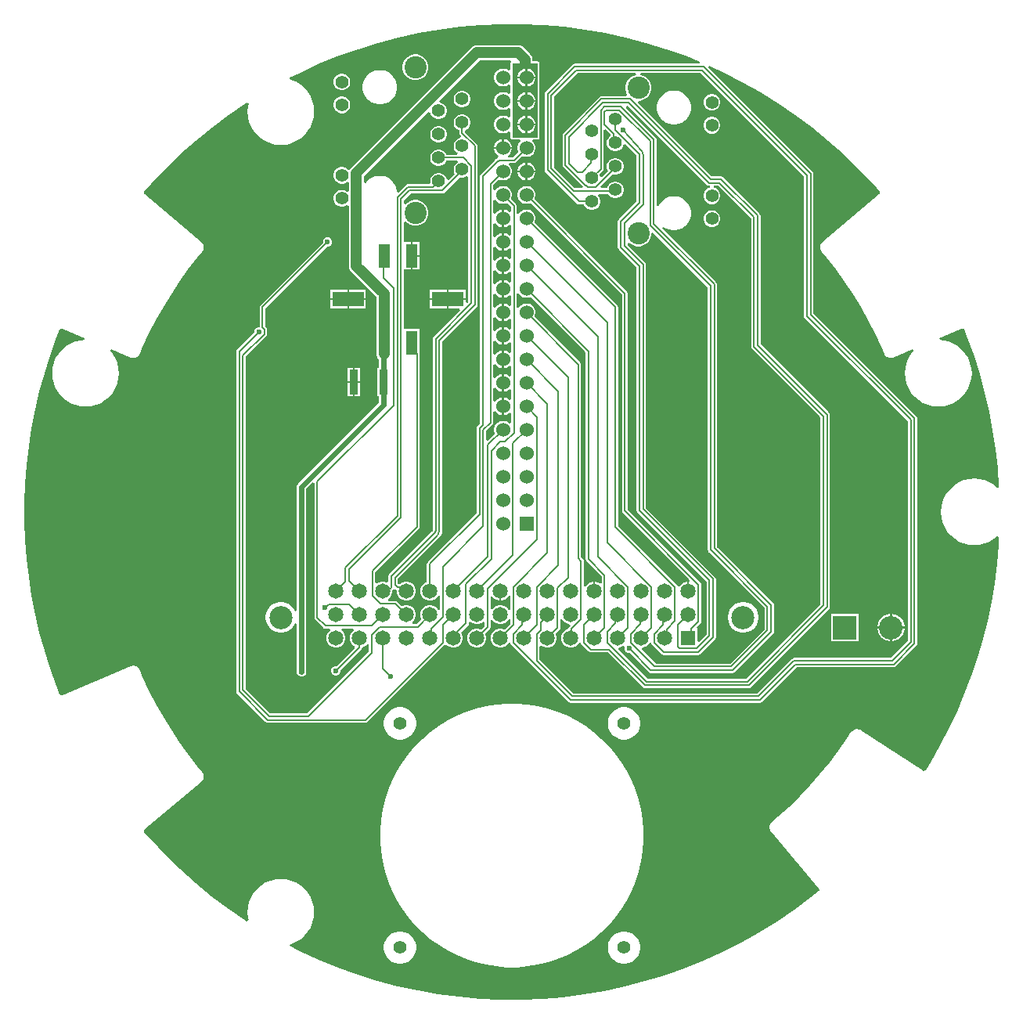
<source format=gbl>
G04*
G04 #@! TF.GenerationSoftware,Altium Limited,Altium Designer,25.5.2 (35)*
G04*
G04 Layer_Physical_Order=2*
G04 Layer_Color=16711680*
%FSLAX44Y44*%
%MOMM*%
G71*
G04*
G04 #@! TF.SameCoordinates,F72C58DA-7479-44D0-9E82-083B63CA5D52*
G04*
G04*
G04 #@! TF.FilePolarity,Positive*
G04*
G01*
G75*
%ADD13C,0.2000*%
%ADD19R,1.2700X2.5400*%
%ADD20R,3.4300X1.6500*%
%ADD21R,0.9542X2.7062*%
%ADD35C,2.5000*%
%ADD41C,0.6000*%
%ADD42C,1.2000*%
%ADD43C,2.5500*%
%ADD44C,1.5300*%
%ADD45C,1.6500*%
%ADD46R,2.5500X2.5500*%
%ADD47C,2.4000*%
%ADD48C,1.4000*%
%ADD49R,1.5300X1.5300*%
%ADD50R,1.6500X1.6500*%
%ADD51C,0.6000*%
%ADD52C,0.2000*%
G36*
X563889Y1056548D02*
X586369Y1054620D01*
X608746Y1051733D01*
X630980Y1047892D01*
X653028Y1043103D01*
X674852Y1037377D01*
X696411Y1030722D01*
X717666Y1023152D01*
X733322Y1016809D01*
X732932Y1014809D01*
X598000D01*
X598000Y1014809D01*
X596829Y1014576D01*
X595837Y1013913D01*
X595837Y1013913D01*
X566337Y984413D01*
X565674Y983420D01*
X565441Y982250D01*
X565441Y982250D01*
Y899593D01*
X565441Y899593D01*
X565674Y898423D01*
X566337Y897430D01*
X600280Y863487D01*
X600280Y863487D01*
X601273Y862824D01*
X602443Y862591D01*
X602443Y862591D01*
X607852D01*
X607963Y862176D01*
X609148Y860124D01*
X610824Y858448D01*
X612876Y857263D01*
X615165Y856650D01*
X617535D01*
X619824Y857263D01*
X621876Y858448D01*
X623552Y860124D01*
X624737Y862176D01*
X625350Y864465D01*
Y866835D01*
X624737Y869124D01*
X623552Y871176D01*
X622737Y871991D01*
X623565Y873991D01*
X633874D01*
X634548Y872824D01*
X636224Y871148D01*
X638276Y869963D01*
X640565Y869350D01*
X642935D01*
X645224Y869963D01*
X647276Y871148D01*
X648952Y872824D01*
X650137Y874876D01*
X650750Y877165D01*
Y879535D01*
X650137Y881824D01*
X648952Y883876D01*
X647276Y885552D01*
X645224Y886737D01*
X642935Y887350D01*
X640565D01*
X638276Y886737D01*
X636224Y885552D01*
X634548Y883876D01*
X633363Y881824D01*
X632904Y880109D01*
X626490D01*
X625724Y881957D01*
X638951Y895183D01*
X640565Y894750D01*
X642935D01*
X645224Y895363D01*
X647276Y896548D01*
X648952Y898224D01*
X650137Y900276D01*
X650750Y902565D01*
Y904935D01*
X650137Y907224D01*
X648952Y909276D01*
X647276Y910952D01*
X645224Y912137D01*
X642935Y912750D01*
X640565D01*
X638276Y912137D01*
X636224Y910952D01*
X634548Y909276D01*
X633363Y907224D01*
X632750Y904935D01*
Y902565D01*
X633363Y900276D01*
X634106Y898990D01*
X627193Y892076D01*
X625175Y892887D01*
X624737Y894524D01*
X624522Y894896D01*
X628513Y898887D01*
X628513Y898887D01*
X629176Y899880D01*
X629409Y901050D01*
Y943038D01*
X631256Y943803D01*
X636397Y938663D01*
X636228Y936410D01*
X636171Y936299D01*
X634548Y934676D01*
X633363Y932624D01*
X632750Y930335D01*
Y927965D01*
X633363Y925676D01*
X634548Y923624D01*
X636224Y921948D01*
X638276Y920763D01*
X640565Y920150D01*
X642935D01*
X645224Y920763D01*
X647276Y921948D01*
X648952Y923624D01*
X650137Y925676D01*
X650575Y927313D01*
X652593Y928123D01*
X664941Y915775D01*
Y865674D01*
X645587Y846320D01*
X644924Y845327D01*
X644691Y844157D01*
X644691Y844157D01*
Y816093D01*
X644691Y816093D01*
X644924Y814923D01*
X645587Y813930D01*
X664941Y794576D01*
Y531657D01*
X664941Y531657D01*
X665174Y530486D01*
X665837Y529494D01*
X667589Y527742D01*
X667589Y527742D01*
X668765Y526564D01*
X668766Y526565D01*
X740441Y454890D01*
Y397065D01*
X732658Y389281D01*
X730810Y390046D01*
Y403850D01*
X730789D01*
X730023Y405698D01*
X733973Y409647D01*
X733973Y409647D01*
X734636Y410639D01*
X734869Y411810D01*
X734869Y411810D01*
Y451440D01*
X734636Y452611D01*
X733973Y453603D01*
X733973Y453603D01*
X655059Y532517D01*
Y766500D01*
X654826Y767671D01*
X654163Y768663D01*
X654163Y768663D01*
X554298Y868528D01*
X554642Y869125D01*
X555300Y871580D01*
Y874120D01*
X554642Y876575D01*
X553372Y878775D01*
X551575Y880572D01*
X549375Y881842D01*
X546920Y882500D01*
X544380D01*
X541925Y881842D01*
X539725Y880572D01*
X537928Y878775D01*
X536658Y876575D01*
X536000Y874120D01*
Y871580D01*
X536658Y869125D01*
X537928Y866925D01*
X539725Y865128D01*
X541925Y863858D01*
X544380Y863200D01*
X546920D01*
X549375Y863858D01*
X549972Y864202D01*
X648941Y765233D01*
Y531250D01*
X648941Y531250D01*
X649174Y530079D01*
X649837Y529087D01*
X722352Y456572D01*
X722181Y455829D01*
X721560Y454833D01*
Y444400D01*
X719560D01*
Y454650D01*
X719211D01*
X716604Y453951D01*
X714266Y452602D01*
X712358Y450694D01*
X711446Y449114D01*
X710711Y449094D01*
X709376Y449528D01*
X709236Y450230D01*
X708573Y451223D01*
X708573Y451223D01*
X644809Y514987D01*
Y751350D01*
X644809Y751350D01*
X644576Y752521D01*
X643913Y753513D01*
X643913Y753513D01*
X554298Y843128D01*
X554642Y843725D01*
X555300Y846180D01*
Y848720D01*
X554642Y851175D01*
X553372Y853375D01*
X551575Y855172D01*
X549375Y856442D01*
X546920Y857100D01*
X544380D01*
X541925Y856442D01*
X539725Y855172D01*
X537928Y853375D01*
X537309Y852302D01*
X535309Y852839D01*
Y860850D01*
X535076Y862021D01*
X534413Y863013D01*
X533827Y863599D01*
X533827Y863599D01*
X528898Y868528D01*
X529242Y869125D01*
X529900Y871580D01*
Y874120D01*
X529242Y876575D01*
X527972Y878775D01*
X526175Y880572D01*
X523975Y881842D01*
X521520Y882500D01*
X518979D01*
X516525Y881842D01*
X514325Y880572D01*
X512528Y878775D01*
X512059Y877962D01*
X510059Y878498D01*
Y883733D01*
X515928Y889602D01*
X516525Y889258D01*
X518979Y888600D01*
X521520D01*
X523975Y889258D01*
X526175Y890528D01*
X527972Y892325D01*
X529242Y894525D01*
X529900Y896980D01*
Y899520D01*
X529242Y901975D01*
X527972Y904175D01*
X526706Y905441D01*
X527456Y907441D01*
X532500D01*
X532500Y907441D01*
X533671Y907674D01*
X534663Y908337D01*
X541328Y915002D01*
X541925Y914658D01*
X544380Y914000D01*
X546920D01*
X549375Y914658D01*
X551575Y915928D01*
X553372Y917725D01*
X554642Y919925D01*
X555300Y922380D01*
Y924921D01*
X554642Y927375D01*
X553372Y929575D01*
X551986Y930961D01*
X552484Y932673D01*
X552685Y932961D01*
X557900D01*
X558680Y933116D01*
X559342Y933558D01*
X559784Y934220D01*
X559939Y935000D01*
Y1015250D01*
X559784Y1016030D01*
X559342Y1016692D01*
X558680Y1017134D01*
X557900Y1017289D01*
X552219D01*
Y1019721D01*
X551944Y1021809D01*
X551138Y1023755D01*
X549856Y1025426D01*
X542826Y1032456D01*
X541155Y1033738D01*
X539209Y1034544D01*
X537121Y1034819D01*
X492237D01*
X490148Y1034544D01*
X488202Y1033738D01*
X486531Y1032456D01*
X356044Y901969D01*
X354952Y900545D01*
X354624Y900364D01*
X354259Y900279D01*
X352563Y900215D01*
X351526Y901252D01*
X349474Y902437D01*
X347185Y903050D01*
X344815D01*
X342526Y902437D01*
X340474Y901252D01*
X338798Y899576D01*
X337613Y897524D01*
X337000Y895235D01*
Y892865D01*
X337613Y890576D01*
X338798Y888524D01*
X340474Y886848D01*
X342526Y885663D01*
X344815Y885050D01*
X347185D01*
X349474Y885663D01*
X351526Y886848D01*
X351681Y887003D01*
X353681Y886175D01*
Y877025D01*
X351681Y876197D01*
X351526Y876352D01*
X349474Y877537D01*
X347185Y878150D01*
X344815D01*
X342526Y877537D01*
X340474Y876352D01*
X338798Y874676D01*
X337613Y872624D01*
X337000Y870335D01*
Y867965D01*
X337613Y865676D01*
X338798Y863624D01*
X340474Y861948D01*
X342526Y860763D01*
X344815Y860150D01*
X347185D01*
X349474Y860763D01*
X351526Y861948D01*
X351681Y862103D01*
X353681Y861275D01*
Y795750D01*
X353956Y793662D01*
X354762Y791715D01*
X356044Y790044D01*
X383680Y762409D01*
Y727701D01*
X383399D01*
Y698301D01*
X384105D01*
X384761Y696716D01*
X385902Y695230D01*
Y686031D01*
X384479D01*
Y654969D01*
X386152D01*
Y648112D01*
X298645Y560605D01*
X297540Y558951D01*
X297152Y557000D01*
Y423079D01*
X295152Y422681D01*
X294682Y423816D01*
X292876Y426518D01*
X290578Y428816D01*
X287876Y430622D01*
X284873Y431866D01*
X281685Y432500D01*
X278435D01*
X275247Y431866D01*
X272244Y430622D01*
X269542Y428816D01*
X267244Y426518D01*
X265438Y423816D01*
X264194Y420813D01*
X263560Y417625D01*
Y414375D01*
X264194Y411187D01*
X265438Y408184D01*
X267244Y405482D01*
X269542Y403184D01*
X272244Y401378D01*
X275247Y400134D01*
X278435Y399500D01*
X281685D01*
X284873Y400134D01*
X287876Y401378D01*
X290578Y403184D01*
X292876Y405482D01*
X294682Y408184D01*
X295152Y409319D01*
X297152Y408921D01*
Y357250D01*
X297540Y355299D01*
X298204Y354305D01*
X298261Y354168D01*
X298366Y354063D01*
X298645Y353645D01*
X298895Y353395D01*
X299313Y353116D01*
X299668Y352761D01*
X300132Y352569D01*
X300549Y352290D01*
X301042Y352192D01*
X301506Y352000D01*
X302008D01*
X302500Y351902D01*
X302993Y352000D01*
X303495D01*
X303958Y352192D01*
X304451Y352290D01*
X304869Y352569D01*
X305332Y352761D01*
X305687Y353116D01*
X306105Y353395D01*
X306384Y353813D01*
X306739Y354168D01*
X306931Y354632D01*
X307210Y355049D01*
X307308Y355542D01*
X307500Y356005D01*
Y356507D01*
X307598Y357000D01*
X307500Y357492D01*
Y357994D01*
X307348Y358362D01*
Y554888D01*
X314191Y561732D01*
X316191Y560903D01*
Y416000D01*
X316191Y415999D01*
X316424Y414829D01*
X317087Y413837D01*
X326087Y404837D01*
X327079Y404174D01*
X328250Y403941D01*
X328250Y403941D01*
X332971D01*
X333507Y401941D01*
X333266Y401802D01*
X331358Y399894D01*
X330009Y397556D01*
X329310Y394949D01*
Y392251D01*
X330009Y389644D01*
X331358Y387306D01*
X333266Y385398D01*
X335604Y384049D01*
X338211Y383350D01*
X340909D01*
X343516Y384049D01*
X345854Y385398D01*
X347762Y387306D01*
X349112Y389644D01*
X349810Y392251D01*
Y394949D01*
X349112Y397556D01*
X347762Y399894D01*
X345854Y401802D01*
X345613Y401941D01*
X346148Y403941D01*
X358372D01*
X358907Y401941D01*
X358666Y401802D01*
X356758Y399894D01*
X355409Y397556D01*
X354710Y394949D01*
Y392251D01*
X355409Y389644D01*
X356758Y387306D01*
X358666Y385398D01*
X359562Y384881D01*
X359823Y382898D01*
X340174Y363250D01*
X338505D01*
X336668Y362489D01*
X335261Y361082D01*
X334500Y359245D01*
Y357255D01*
X335261Y355418D01*
X336668Y354011D01*
X338505Y353250D01*
X340495D01*
X342332Y354011D01*
X343739Y355418D01*
X344500Y357255D01*
Y358924D01*
X367123Y381547D01*
X367786Y382539D01*
X368019Y383710D01*
X368019Y383710D01*
Y383808D01*
X368916Y384049D01*
X371254Y385398D01*
X373073Y387217D01*
X373481Y387191D01*
X375073Y386615D01*
Y378592D01*
X308539Y312059D01*
X268674D01*
X242059Y338674D01*
Y697998D01*
X264413Y720352D01*
X265076Y721344D01*
X265309Y722515D01*
Y727485D01*
X265076Y728656D01*
X264413Y729648D01*
X263309Y730752D01*
Y750233D01*
X329826Y816750D01*
X331495D01*
X333332Y817511D01*
X334739Y818918D01*
X335500Y820755D01*
Y822745D01*
X334739Y824582D01*
X333332Y825989D01*
X331495Y826750D01*
X329505D01*
X327668Y825989D01*
X326261Y824582D01*
X325500Y822745D01*
Y821076D01*
X258087Y753663D01*
X257424Y752671D01*
X257191Y751500D01*
X257191Y751500D01*
Y730000D01*
X255255D01*
X253418Y729239D01*
X252011Y727832D01*
X251250Y725995D01*
Y724326D01*
X232837Y705913D01*
X232174Y704921D01*
X231941Y703750D01*
X231941Y703750D01*
Y335750D01*
X231941Y335750D01*
X232174Y334580D01*
X232837Y333587D01*
X263587Y302837D01*
X263587Y302837D01*
X264580Y302174D01*
X265750Y301941D01*
X371370D01*
X371370Y301941D01*
X372540Y302174D01*
X373533Y302837D01*
X456839Y386143D01*
X456840Y386144D01*
X458972Y386334D01*
X459481Y386183D01*
X460266Y385398D01*
X462604Y384049D01*
X465211Y383350D01*
X467909D01*
X470516Y384049D01*
X472854Y385398D01*
X474762Y387306D01*
X476111Y389644D01*
X476810Y392251D01*
Y394949D01*
X476111Y397556D01*
X474838Y399762D01*
X482386Y407310D01*
X483049Y408303D01*
X483282Y409473D01*
X483282Y409474D01*
Y410354D01*
X485282Y411182D01*
X485666Y410798D01*
X488004Y409449D01*
X490611Y408750D01*
X493309D01*
X495916Y409449D01*
X498254Y410798D01*
X498658Y411203D01*
X500658Y410374D01*
Y406624D01*
X496721Y402687D01*
X495916Y403152D01*
X493309Y403850D01*
X490611D01*
X488004Y403152D01*
X485666Y401802D01*
X483758Y399894D01*
X482408Y397556D01*
X481710Y394949D01*
Y392251D01*
X482408Y389644D01*
X483758Y387306D01*
X485666Y385398D01*
X488004Y384049D01*
X490611Y383350D01*
X493309D01*
X495916Y384049D01*
X498254Y385398D01*
X500162Y387306D01*
X501511Y389644D01*
X502210Y392251D01*
Y394949D01*
X501511Y397556D01*
X501047Y398361D01*
X505880Y403194D01*
X505880Y403194D01*
X506543Y404187D01*
X506776Y405357D01*
X506776Y405357D01*
Y412832D01*
X508776Y413368D01*
X509158Y412706D01*
X511066Y410798D01*
X513404Y409449D01*
X516011Y408750D01*
X518709D01*
X521316Y409449D01*
X523654Y410798D01*
X525562Y412706D01*
X526451Y414246D01*
X528451Y413711D01*
Y409017D01*
X522121Y402687D01*
X521316Y403152D01*
X518709Y403850D01*
X516011D01*
X513404Y403152D01*
X511066Y401802D01*
X509158Y399894D01*
X507808Y397556D01*
X507110Y394949D01*
Y392251D01*
X507808Y389644D01*
X509158Y387306D01*
X511066Y385398D01*
X513404Y384049D01*
X516011Y383350D01*
X518709D01*
X521316Y384049D01*
X523654Y385398D01*
X525562Y387306D01*
X526474Y388886D01*
X527209Y388906D01*
X528544Y388472D01*
X528684Y387770D01*
X529347Y386777D01*
X591537Y324587D01*
X592530Y323924D01*
X593700Y323691D01*
X593700Y323691D01*
X798250D01*
X798250Y323691D01*
X799420Y323924D01*
X800413Y324587D01*
X837767Y361941D01*
X942907D01*
X942907Y361941D01*
X944077Y362174D01*
X945070Y362837D01*
X967663Y385430D01*
X967663Y385430D01*
X968326Y386423D01*
X968559Y387593D01*
Y631157D01*
X968559Y631157D01*
X968326Y632327D01*
X967663Y633320D01*
X856059Y744924D01*
Y895907D01*
X855826Y897077D01*
X855163Y898070D01*
X742572Y1010661D01*
X743730Y1012331D01*
X759107Y1005321D01*
X779219Y995093D01*
X798875Y984015D01*
X818038Y972106D01*
X836676Y959389D01*
X854752Y945887D01*
X872234Y931624D01*
X889091Y916626D01*
X905292Y900921D01*
X920805Y884539D01*
X928046Y876206D01*
X928142Y876041D01*
X928294Y875188D01*
X928145Y874335D01*
X927712Y873585D01*
X927381Y873307D01*
X927380Y873307D01*
X866101Y821887D01*
X866022Y821788D01*
X865917Y821717D01*
X865232Y821016D01*
X865027Y820703D01*
X864793Y820411D01*
X863892Y818680D01*
X863614Y817726D01*
X863444Y815782D01*
X863552Y814793D01*
X864139Y812933D01*
X864319Y812605D01*
X864466Y812260D01*
X865019Y811451D01*
X865109Y811363D01*
X865170Y811252D01*
X870385Y805037D01*
X880347Y792229D01*
X889827Y779060D01*
X898813Y765549D01*
X907291Y751713D01*
X915250Y737574D01*
X922680Y723149D01*
X929569Y708457D01*
X932739Y700990D01*
X932810Y700885D01*
X932848Y700764D01*
X933318Y699904D01*
X933558Y699617D01*
X933768Y699307D01*
X935160Y697940D01*
X935992Y697394D01*
X935992Y697394D01*
X937801Y696664D01*
X938777Y696478D01*
X940728Y696495D01*
X941095Y696571D01*
X941467Y696611D01*
X942403Y696904D01*
X942514Y696965D01*
X942637Y696990D01*
X963233Y705733D01*
X964448Y704076D01*
X962065Y701286D01*
X959105Y696454D01*
X956936Y691219D01*
X955613Y685709D01*
X955169Y680060D01*
X955613Y674411D01*
X956936Y668901D01*
X959105Y663666D01*
X962065Y658834D01*
X965745Y654526D01*
X970054Y650845D01*
X974886Y647885D01*
X980121Y645716D01*
X985631Y644393D01*
X991280Y643949D01*
X996929Y644393D01*
X1002439Y645716D01*
X1007674Y647885D01*
X1012506Y650845D01*
X1016815Y654526D01*
X1020495Y658834D01*
X1023455Y663666D01*
X1025624Y668901D01*
X1026947Y674411D01*
X1027391Y680060D01*
X1026947Y685709D01*
X1025624Y691219D01*
X1023455Y696454D01*
X1020495Y701286D01*
X1016815Y705595D01*
X1012506Y709275D01*
X1007674Y712235D01*
X1002439Y714404D01*
X996929Y715727D01*
X992683Y716061D01*
X992352Y718093D01*
X1016273Y728247D01*
X1016273Y728247D01*
X1016672Y728416D01*
X1017537Y728461D01*
X1018364Y728207D01*
X1019055Y727684D01*
X1019159Y727524D01*
X1022952Y718141D01*
X1029958Y698637D01*
X1036194Y678873D01*
X1041648Y658880D01*
X1046312Y638687D01*
X1050180Y618326D01*
X1053246Y597831D01*
X1055504Y577229D01*
X1056914Y557086D01*
X1055722Y556299D01*
X1054962Y556141D01*
X1051289Y559278D01*
X1046458Y562239D01*
X1041223Y564407D01*
X1035713Y565730D01*
X1030063Y566175D01*
X1024414Y565730D01*
X1018904Y564407D01*
X1013669Y562239D01*
X1008838Y559278D01*
X1004529Y555598D01*
X1000849Y551289D01*
X997888Y546458D01*
X995720Y541222D01*
X994397Y535713D01*
X993952Y530064D01*
X994397Y524414D01*
X995720Y518904D01*
X997888Y513669D01*
X1000849Y508838D01*
X1004529Y504529D01*
X1008838Y500849D01*
X1013669Y497888D01*
X1018904Y495720D01*
X1024414Y494397D01*
X1030063Y493952D01*
X1035713Y494397D01*
X1041223Y495720D01*
X1046458Y497888D01*
X1051289Y500849D01*
X1054864Y503902D01*
X1056820Y502942D01*
X1056411Y494417D01*
X1054604Y473771D01*
X1051988Y453212D01*
X1048567Y432772D01*
X1044346Y412482D01*
X1039331Y392375D01*
X1033530Y372478D01*
X1026952Y352826D01*
X1019607Y333446D01*
X1011507Y314370D01*
X1002664Y295627D01*
X993092Y277246D01*
X982805Y259255D01*
X977442Y250672D01*
X977313Y250532D01*
X976542Y250138D01*
X975683Y250031D01*
X974839Y250225D01*
X974476Y250461D01*
X974476Y250461D01*
X974476Y250461D01*
X907386Y294030D01*
X907269Y294076D01*
X907170Y294155D01*
X906300Y294606D01*
X905940Y294710D01*
X905592Y294849D01*
X903674Y295204D01*
X903674Y295204D01*
X902679Y295191D01*
X900771Y294786D01*
X899857Y294393D01*
X898250Y293288D01*
X897988Y293020D01*
X897702Y292779D01*
X897090Y292013D01*
X897032Y291901D01*
X896944Y291810D01*
X892525Y285006D01*
X883189Y271734D01*
X873368Y258818D01*
X863074Y246276D01*
X852322Y234123D01*
X841127Y222377D01*
X829504Y211055D01*
X817470Y200171D01*
X811255Y194956D01*
X811175Y194857D01*
X811071Y194786D01*
X810386Y194085D01*
X810181Y193772D01*
X809947Y193480D01*
X809046Y191749D01*
X808767Y190795D01*
X808597Y188851D01*
X808706Y187862D01*
X809292Y186002D01*
X809473Y185674D01*
X809620Y185329D01*
X810173Y184520D01*
X810263Y184432D01*
X810324Y184321D01*
X861744Y123041D01*
X861744Y123041D01*
X862022Y122710D01*
X862318Y121896D01*
X862317Y121030D01*
X862019Y120216D01*
X861896Y120070D01*
X853337Y113137D01*
X835256Y99725D01*
X816620Y87097D01*
X797461Y75276D01*
X777815Y64282D01*
X757718Y54136D01*
X737207Y44858D01*
X716319Y36463D01*
X695092Y28966D01*
X673564Y22382D01*
X651775Y16722D01*
X629763Y11997D01*
X607571Y8216D01*
X585238Y5384D01*
X562804Y3508D01*
X540310Y2591D01*
X517797Y2634D01*
X495308Y3637D01*
X472881Y5599D01*
X450559Y8516D01*
X428380Y12383D01*
X406388Y17193D01*
X384621Y22936D01*
X363118Y29602D01*
X341920Y37180D01*
X321063Y45656D01*
X300588Y55013D01*
X289901Y60460D01*
X290136Y62446D01*
X291222Y62707D01*
X296458Y64875D01*
X301289Y67836D01*
X305598Y71516D01*
X309278Y75825D01*
X312239Y80657D01*
X314407Y85892D01*
X315730Y91402D01*
X316175Y97051D01*
X315730Y102700D01*
X314407Y108210D01*
X312239Y113445D01*
X309278Y118277D01*
X305598Y122585D01*
X301289Y126265D01*
X296458Y129226D01*
X291222Y131395D01*
X285713Y132718D01*
X280063Y133162D01*
X274414Y132718D01*
X268904Y131395D01*
X263669Y129226D01*
X258838Y126265D01*
X254529Y122585D01*
X250849Y118277D01*
X247888Y113445D01*
X245720Y108210D01*
X244397Y102700D01*
X243952Y97051D01*
X244397Y91402D01*
X245089Y88517D01*
X243336Y87252D01*
X241814Y88199D01*
X223225Y100899D01*
X205196Y114380D01*
X187758Y128618D01*
X170943Y143587D01*
X154783Y159259D01*
X139305Y175607D01*
X132081Y183921D01*
X131985Y184086D01*
X131833Y184939D01*
X131982Y185792D01*
X132415Y186542D01*
X132746Y186821D01*
X132746Y186821D01*
X194026Y238240D01*
X194105Y238339D01*
X194209Y238410D01*
X194895Y239111D01*
X195100Y239424D01*
X195334Y239716D01*
X196235Y241447D01*
X196513Y242402D01*
X196683Y244345D01*
X196575Y245334D01*
X195988Y247194D01*
X195808Y247523D01*
X195661Y247867D01*
X195108Y248676D01*
X195017Y248764D01*
X194956Y248875D01*
X189742Y255090D01*
X179779Y267899D01*
X170299Y281067D01*
X161314Y294578D01*
X152836Y308414D01*
X144877Y322553D01*
X137447Y336978D01*
X130557Y351670D01*
X127388Y359138D01*
X127316Y359242D01*
X127279Y359363D01*
X126809Y360223D01*
X126569Y360511D01*
X126358Y360820D01*
X124967Y362188D01*
X124135Y362733D01*
X124135Y362733D01*
X122326Y363464D01*
X121349Y363649D01*
X119398Y363632D01*
X119032Y363556D01*
X118659Y363516D01*
X117724Y363223D01*
X117613Y363163D01*
X117489Y363137D01*
X43854Y331880D01*
X43853Y331880D01*
X43455Y331711D01*
X42590Y331666D01*
X41762Y331921D01*
X41072Y332443D01*
X40968Y332603D01*
X37261Y341773D01*
X30393Y360840D01*
X24262Y380156D01*
X18878Y399693D01*
X14247Y419423D01*
X10379Y439316D01*
X7277Y459344D01*
X4946Y479474D01*
X3391Y499681D01*
X2612Y519931D01*
X2612Y540197D01*
X3391Y560448D01*
X4946Y580654D01*
X7277Y600785D01*
X10379Y620812D01*
X14248Y640705D01*
X18878Y660435D01*
X24262Y679972D01*
X30393Y699289D01*
X37261Y718354D01*
X40971Y727523D01*
X41075Y727684D01*
X41766Y728207D01*
X42593Y728461D01*
X43458Y728416D01*
X43857Y728247D01*
X43857Y728247D01*
X67769Y718097D01*
X67438Y716064D01*
X63193Y715730D01*
X57683Y714407D01*
X52448Y712239D01*
X47617Y709278D01*
X43308Y705598D01*
X39628Y701289D01*
X36667Y696458D01*
X34498Y691223D01*
X33176Y685713D01*
X32731Y680063D01*
X33176Y674415D01*
X34498Y668904D01*
X36667Y663669D01*
X39628Y658838D01*
X43308Y654529D01*
X47617Y650849D01*
X52448Y647888D01*
X57683Y645720D01*
X63193Y644397D01*
X68842Y643952D01*
X74491Y644397D01*
X80001Y645720D01*
X85237Y647888D01*
X90068Y650849D01*
X94377Y654529D01*
X98057Y658838D01*
X101018Y663669D01*
X103186Y668904D01*
X104509Y674415D01*
X104954Y680063D01*
X104509Y685713D01*
X103186Y691223D01*
X101018Y696458D01*
X98057Y701289D01*
X95674Y704079D01*
X96889Y705736D01*
X117493Y696990D01*
X117616Y696965D01*
X117727Y696904D01*
X118663Y696611D01*
X119035Y696571D01*
X119402Y696495D01*
X121352Y696478D01*
X122330Y696664D01*
X124138Y697394D01*
X124970Y697940D01*
X126361Y699307D01*
X126572Y699617D01*
X126812Y699904D01*
X127282Y700764D01*
X127319Y700885D01*
X127391Y700990D01*
X130561Y708457D01*
X137450Y723149D01*
X144880Y737574D01*
X152839Y751714D01*
X161317Y765549D01*
X170303Y779060D01*
X179783Y792229D01*
X189745Y805037D01*
X194960Y811252D01*
X195021Y811363D01*
X195111Y811451D01*
X195664Y812260D01*
X195811Y812605D01*
X195991Y812933D01*
X196578Y814793D01*
X196686Y815782D01*
X196516Y817726D01*
X196238Y818680D01*
X195337Y820411D01*
X195103Y820703D01*
X194898Y821016D01*
X194213Y821717D01*
X194108Y821788D01*
X194029Y821887D01*
X132750Y873307D01*
X132749Y873307D01*
X132418Y873585D01*
X131985Y874335D01*
X131836Y875188D01*
X131987Y876037D01*
X132083Y876201D01*
X139327Y884537D01*
X154840Y900920D01*
X171041Y916625D01*
X187897Y931622D01*
X205380Y945885D01*
X223456Y959388D01*
X242093Y972105D01*
X243337Y972878D01*
X245090Y971613D01*
X244397Y968725D01*
X243952Y963076D01*
X244397Y957427D01*
X245720Y951917D01*
X247888Y946682D01*
X250849Y941851D01*
X254529Y937542D01*
X258838Y933861D01*
X263669Y930901D01*
X268904Y928732D01*
X274414Y927410D01*
X280063Y926965D01*
X285713Y927410D01*
X291222Y928732D01*
X296458Y930901D01*
X301289Y933861D01*
X305598Y937542D01*
X309278Y941851D01*
X312239Y946682D01*
X314407Y951917D01*
X315730Y957427D01*
X316175Y963076D01*
X315730Y968725D01*
X314407Y974235D01*
X312239Y979470D01*
X309278Y984302D01*
X305598Y988611D01*
X301289Y992291D01*
X296458Y995252D01*
X291222Y997420D01*
X290141Y997680D01*
X289906Y999666D01*
X301024Y1005320D01*
X321554Y1014679D01*
X342466Y1023151D01*
X363720Y1030721D01*
X385279Y1037376D01*
X407103Y1043103D01*
X429152Y1047891D01*
X451385Y1051733D01*
X473762Y1054620D01*
X496242Y1056547D01*
X518784Y1057512D01*
X541347Y1057512D01*
X563889Y1056548D01*
D02*
G37*
G36*
X528958Y1016692D02*
X528516Y1016030D01*
X528361Y1015250D01*
Y1008215D01*
X526361Y1007386D01*
X526175Y1007572D01*
X523975Y1008842D01*
X521520Y1009500D01*
X518979D01*
X516525Y1008842D01*
X514325Y1007572D01*
X512528Y1005775D01*
X511258Y1003575D01*
X510600Y1001121D01*
Y998579D01*
X511258Y996125D01*
X512528Y993925D01*
X514325Y992128D01*
X516525Y990858D01*
X518979Y990200D01*
X521520D01*
X523975Y990858D01*
X526175Y992128D01*
X526361Y992314D01*
X528361Y991485D01*
Y982815D01*
X526361Y981986D01*
X526175Y982172D01*
X523975Y983442D01*
X521520Y984100D01*
X518979D01*
X516525Y983442D01*
X514325Y982172D01*
X512528Y980375D01*
X511258Y978175D01*
X510600Y975721D01*
Y973179D01*
X511258Y970725D01*
X512528Y968525D01*
X514325Y966728D01*
X516525Y965458D01*
X518979Y964800D01*
X521520D01*
X523975Y965458D01*
X526175Y966728D01*
X526361Y966914D01*
X528361Y966085D01*
Y957415D01*
X526361Y956586D01*
X526175Y956772D01*
X523975Y958042D01*
X521520Y958700D01*
X518979D01*
X516525Y958042D01*
X514325Y956772D01*
X512528Y954975D01*
X511258Y952775D01*
X510600Y950321D01*
Y947779D01*
X511258Y945325D01*
X512528Y943125D01*
X514325Y941328D01*
X516525Y940058D01*
X518979Y939400D01*
X521520D01*
X523975Y940058D01*
X526175Y941328D01*
X526361Y941514D01*
X528361Y940685D01*
Y935000D01*
X528516Y934220D01*
X528958Y933558D01*
X529620Y933116D01*
X530400Y932961D01*
X538615D01*
X538816Y932673D01*
X539314Y930961D01*
X537928Y929575D01*
X536658Y927375D01*
X536000Y924921D01*
Y922380D01*
X536658Y919925D01*
X537002Y919328D01*
X531233Y913559D01*
X526072D01*
X525536Y915559D01*
X526175Y915928D01*
X527972Y917725D01*
X529242Y919925D01*
X529900Y922380D01*
Y922650D01*
X520250D01*
X510600D01*
Y922380D01*
X511258Y919925D01*
X512528Y917725D01*
X514325Y915928D01*
X515179Y915435D01*
X514831Y913326D01*
X514829Y913326D01*
X513837Y912663D01*
X512851Y911677D01*
X511357Y910643D01*
X511281Y910459D01*
X510092Y908918D01*
X496337Y895163D01*
X495674Y894171D01*
X495441Y893000D01*
X495441Y893000D01*
Y625259D01*
X492837Y622655D01*
X492174Y621663D01*
X491941Y620492D01*
X491941Y620492D01*
Y529017D01*
X438997Y476073D01*
X438334Y475080D01*
X438101Y473910D01*
X438101Y473910D01*
Y454192D01*
X437204Y453951D01*
X434866Y452602D01*
X432958Y450694D01*
X431609Y448356D01*
X430910Y445749D01*
Y443051D01*
X431609Y440444D01*
X432958Y438106D01*
X434866Y436198D01*
X437204Y434849D01*
X439811Y434150D01*
X442509D01*
X445116Y434849D01*
X447454Y436198D01*
X449362Y438106D01*
X450251Y439646D01*
X452251Y439111D01*
Y424289D01*
X450251Y423754D01*
X449362Y425294D01*
X447454Y427202D01*
X445116Y428551D01*
X442509Y429250D01*
X439811D01*
X437204Y428551D01*
X434866Y427202D01*
X432958Y425294D01*
X431609Y422956D01*
X430910Y420349D01*
Y417651D01*
X431609Y415044D01*
X432073Y414239D01*
X426686Y408851D01*
X422682D01*
X422117Y410603D01*
X422107Y410851D01*
X423962Y412706D01*
X425312Y415044D01*
X426010Y417651D01*
Y420349D01*
X425312Y422956D01*
X423962Y425294D01*
X422054Y427202D01*
X419716Y428551D01*
X417109Y429250D01*
X414411D01*
X411804Y428551D01*
X410999Y428087D01*
X406166Y432920D01*
X405173Y433583D01*
X404003Y433816D01*
X404003Y433816D01*
X396528D01*
X395992Y435816D01*
X396654Y436198D01*
X398562Y438106D01*
X399911Y440444D01*
X400610Y443051D01*
Y445130D01*
X401538Y446058D01*
X401744Y446191D01*
X403820Y446407D01*
X405510Y445149D01*
Y443051D01*
X406208Y440444D01*
X407558Y438106D01*
X409466Y436198D01*
X411804Y434849D01*
X414411Y434150D01*
X417109D01*
X419716Y434849D01*
X422054Y436198D01*
X423962Y438106D01*
X425312Y440444D01*
X426010Y443051D01*
Y445749D01*
X425312Y448356D01*
X423962Y450694D01*
X422054Y452602D01*
X419716Y453951D01*
X417109Y454650D01*
X414411D01*
X411804Y453951D01*
X409466Y452602D01*
X409160Y452295D01*
X407140Y452345D01*
X406559Y453142D01*
Y457733D01*
X449320Y500494D01*
X450735Y501907D01*
X451926Y503075D01*
X452123Y503333D01*
X453362Y504947D01*
X454268Y507136D01*
X454578Y509485D01*
X454559D01*
Y714335D01*
X492163Y751939D01*
X492826Y752932D01*
X493059Y754102D01*
X493059Y754102D01*
Y925942D01*
X493059Y925942D01*
X492826Y927113D01*
X492163Y928105D01*
X492163Y928105D01*
X479486Y940782D01*
X479480Y941728D01*
X479700Y942944D01*
X481526Y943998D01*
X483202Y945674D01*
X484387Y947726D01*
X485000Y950015D01*
Y952385D01*
X484387Y954674D01*
X483202Y956726D01*
X481526Y958402D01*
X479474Y959587D01*
X477185Y960200D01*
X474815D01*
X472526Y959587D01*
X470474Y958402D01*
X468798Y956726D01*
X467613Y954674D01*
X467000Y952385D01*
Y950015D01*
X467613Y947726D01*
X468798Y945674D01*
X470474Y943998D01*
X472526Y942813D01*
X472941Y942702D01*
Y939942D01*
X472941Y939942D01*
X473174Y938772D01*
X473837Y937779D01*
X474973Y936643D01*
X474163Y934625D01*
X472526Y934187D01*
X470474Y933002D01*
X468798Y931326D01*
X467613Y929274D01*
X467000Y926985D01*
Y924615D01*
X467613Y922326D01*
X468798Y920274D01*
X470474Y918598D01*
X471235Y918159D01*
X470699Y916159D01*
X459098D01*
X458987Y916574D01*
X457802Y918626D01*
X456126Y920302D01*
X454074Y921487D01*
X451785Y922100D01*
X449415D01*
X447126Y921487D01*
X445074Y920302D01*
X443398Y918626D01*
X442213Y916574D01*
X441600Y914285D01*
Y911915D01*
X442213Y909626D01*
X443398Y907574D01*
X445074Y905898D01*
X447126Y904713D01*
X449415Y904100D01*
X451785D01*
X454074Y904713D01*
X456126Y905898D01*
X457802Y907574D01*
X458987Y909626D01*
X459098Y910041D01*
X470699D01*
X471235Y908041D01*
X470474Y907602D01*
X468798Y905926D01*
X467613Y903874D01*
X467000Y901585D01*
Y899215D01*
X467613Y896926D01*
X468356Y895640D01*
X461443Y888727D01*
X459425Y889537D01*
X458987Y891174D01*
X457802Y893226D01*
X456126Y894902D01*
X454074Y896087D01*
X451785Y896700D01*
X449415D01*
X447126Y896087D01*
X445074Y894902D01*
X443398Y893226D01*
X442213Y891174D01*
X441600Y888885D01*
Y886515D01*
X441649Y886332D01*
X440432Y884745D01*
X417780D01*
X417779Y884745D01*
X416609Y884512D01*
X415616Y883849D01*
X415616Y883849D01*
X407448Y875680D01*
X405600Y876446D01*
Y876822D01*
X404889Y880396D01*
X403494Y883763D01*
X401470Y886793D01*
X398893Y889370D01*
X395863Y891395D01*
X392496Y892789D01*
X388922Y893500D01*
X385278D01*
X381704Y892789D01*
X378337Y891395D01*
X375307Y889370D01*
X372730Y886793D01*
X371819Y885430D01*
X369819Y886036D01*
Y892921D01*
X439755Y962857D01*
X441778Y962051D01*
X442213Y960426D01*
X443398Y958374D01*
X445074Y956698D01*
X447126Y955513D01*
X449415Y954900D01*
X451785D01*
X454074Y955513D01*
X456126Y956698D01*
X457802Y958374D01*
X458987Y960426D01*
X459600Y962715D01*
Y965085D01*
X458987Y967374D01*
X457802Y969426D01*
X456126Y971102D01*
X454074Y972287D01*
X452449Y972722D01*
X451643Y974745D01*
X495579Y1018681D01*
X528335D01*
X528958Y1016692D01*
D02*
G37*
G36*
X557900Y935000D02*
X530400D01*
Y1015250D01*
X557900D01*
Y935000D01*
D02*
G37*
G36*
X482941Y892007D02*
Y757026D01*
X481597Y755682D01*
X479749Y756447D01*
Y759001D01*
X461599D01*
Y749751D01*
X473053D01*
X473818Y747903D01*
X445337Y719422D01*
X444674Y718430D01*
X444441Y717259D01*
X444441Y717259D01*
Y509924D01*
X443588Y509071D01*
X443579Y509063D01*
X442166Y507648D01*
X397337Y462820D01*
X396674Y461827D01*
X396441Y460657D01*
X396441Y460657D01*
Y454725D01*
X394709Y453725D01*
X394316Y453951D01*
X391709Y454650D01*
X389011D01*
X386404Y453951D01*
X384169Y452661D01*
X383111Y452927D01*
X382169Y453318D01*
Y464843D01*
X429262Y511936D01*
X429262Y511936D01*
X429925Y512929D01*
X430158Y514099D01*
Y701364D01*
X430158Y701365D01*
X430099Y701660D01*
Y727701D01*
X413399D01*
X413059Y729560D01*
Y790442D01*
X413399Y792301D01*
X415059Y792301D01*
X420749D01*
Y807001D01*
Y821701D01*
X415059D01*
X413399Y821701D01*
X413059Y823560D01*
Y843314D01*
X415059Y844142D01*
X417004Y842197D01*
X420196Y840354D01*
X423757Y839400D01*
X427443D01*
X431004Y840354D01*
X434196Y842197D01*
X436803Y844804D01*
X438646Y847996D01*
X439600Y851557D01*
Y855243D01*
X438646Y858804D01*
X436803Y861996D01*
X434196Y864603D01*
X431004Y866446D01*
X427443Y867400D01*
X423757D01*
X420196Y866446D01*
X417004Y864603D01*
X415059Y862658D01*
X413059Y863486D01*
Y866983D01*
X420703Y874627D01*
X454728D01*
X454728Y874627D01*
X455899Y874860D01*
X456891Y875523D01*
X473200Y891833D01*
X474815Y891400D01*
X477185D01*
X479474Y892013D01*
X480941Y892860D01*
X482941Y892007D01*
D02*
G37*
G36*
X664314Y1002691D02*
X661346Y1001896D01*
X658154Y1000053D01*
X655547Y997446D01*
X653704Y994254D01*
X652750Y990693D01*
Y987007D01*
X653704Y983446D01*
X654765Y981609D01*
X653610Y979609D01*
X626829D01*
X625659Y979376D01*
X624667Y978713D01*
X624666Y978713D01*
X585587Y939633D01*
X584924Y938641D01*
X584691Y937470D01*
X584691Y937470D01*
Y905323D01*
X584691Y905323D01*
X584924Y904153D01*
X585587Y903160D01*
X606638Y882109D01*
X605810Y880109D01*
X597967D01*
X575559Y902517D01*
Y979326D01*
X600924Y1004691D01*
X664051D01*
X664314Y1002691D01*
D02*
G37*
G36*
X512528Y866925D02*
X514325Y865128D01*
X516525Y863858D01*
X518979Y863200D01*
X521520D01*
X523975Y863858D01*
X524572Y864202D01*
X529191Y859583D01*
Y854984D01*
X527191Y854156D01*
X526175Y855172D01*
X523975Y856442D01*
X521520Y857100D01*
X521250D01*
Y847450D01*
Y837800D01*
X521520D01*
X523975Y838458D01*
X526175Y839728D01*
X527191Y840744D01*
X529191Y839916D01*
Y829584D01*
X527191Y828756D01*
X526175Y829772D01*
X523975Y831042D01*
X521520Y831700D01*
X521250D01*
Y822050D01*
Y812400D01*
X521520D01*
X523975Y813058D01*
X526175Y814328D01*
X527191Y815344D01*
X529191Y814516D01*
Y804184D01*
X527191Y803356D01*
X526175Y804372D01*
X523975Y805642D01*
X521520Y806300D01*
X521250D01*
Y796650D01*
Y787000D01*
X521520D01*
X523975Y787658D01*
X526175Y788928D01*
X527191Y789944D01*
X529191Y789116D01*
Y778784D01*
X527191Y777956D01*
X526175Y778972D01*
X523975Y780242D01*
X521520Y780900D01*
X521250D01*
Y771250D01*
Y761600D01*
X521520D01*
X523975Y762258D01*
X526175Y763528D01*
X527191Y764544D01*
X529191Y763716D01*
Y753384D01*
X527191Y752556D01*
X526175Y753572D01*
X523975Y754842D01*
X521520Y755500D01*
X521250D01*
Y745850D01*
Y736200D01*
X521520D01*
X523975Y736858D01*
X526175Y738128D01*
X527191Y739144D01*
X529191Y738316D01*
Y727984D01*
X527191Y727156D01*
X526175Y728172D01*
X523975Y729442D01*
X521520Y730100D01*
X521250D01*
Y720450D01*
Y710800D01*
X521520D01*
X523975Y711458D01*
X526175Y712728D01*
X527191Y713744D01*
X529191Y712916D01*
Y702584D01*
X527191Y701756D01*
X526175Y702772D01*
X523975Y704042D01*
X521520Y704700D01*
X521250D01*
Y695050D01*
Y685400D01*
X521520D01*
X523975Y686058D01*
X526175Y687328D01*
X527191Y688344D01*
X529191Y687516D01*
Y677184D01*
X527191Y676356D01*
X526175Y677372D01*
X523975Y678642D01*
X521520Y679300D01*
X521250D01*
Y669650D01*
Y660000D01*
X521520D01*
X523975Y660658D01*
X526175Y661928D01*
X527191Y662944D01*
X529191Y662116D01*
Y651784D01*
X527191Y650956D01*
X526175Y651972D01*
X523975Y653242D01*
X521520Y653900D01*
X521250D01*
Y644250D01*
Y634600D01*
X521520D01*
X523975Y635258D01*
X526175Y636528D01*
X527191Y637544D01*
X529191Y636716D01*
Y626384D01*
X527191Y625556D01*
X526175Y626572D01*
X523975Y627842D01*
X521520Y628500D01*
X518979D01*
X516525Y627842D01*
X514325Y626572D01*
X512528Y624775D01*
X511258Y622575D01*
X510600Y620121D01*
Y617579D01*
X511258Y615125D01*
X511602Y614528D01*
X503907Y606832D01*
X502059Y607598D01*
Y617568D01*
X509163Y624672D01*
X509163Y624672D01*
X509826Y625665D01*
X510059Y626835D01*
X510059Y626835D01*
Y638602D01*
X512059Y639138D01*
X512528Y638325D01*
X514325Y636528D01*
X516525Y635258D01*
X518979Y634600D01*
X519250D01*
Y644250D01*
Y653900D01*
X518979D01*
X516525Y653242D01*
X514325Y651972D01*
X512528Y650175D01*
X512059Y649362D01*
X510059Y649898D01*
Y664002D01*
X512059Y664538D01*
X512528Y663725D01*
X514325Y661928D01*
X516525Y660658D01*
X518979Y660000D01*
X519250D01*
Y669650D01*
Y679300D01*
X518979D01*
X516525Y678642D01*
X514325Y677372D01*
X512528Y675575D01*
X512059Y674762D01*
X510059Y675298D01*
Y689402D01*
X512059Y689938D01*
X512528Y689125D01*
X514325Y687328D01*
X516525Y686058D01*
X518979Y685400D01*
X519250D01*
Y695050D01*
Y704700D01*
X518979D01*
X516525Y704042D01*
X514325Y702772D01*
X512528Y700975D01*
X512059Y700162D01*
X510059Y700698D01*
Y714802D01*
X512059Y715338D01*
X512528Y714525D01*
X514325Y712728D01*
X516525Y711458D01*
X518979Y710800D01*
X519250D01*
Y720450D01*
Y730100D01*
X518979D01*
X516525Y729442D01*
X514325Y728172D01*
X512528Y726375D01*
X512059Y725562D01*
X510059Y726098D01*
Y740202D01*
X512059Y740738D01*
X512528Y739925D01*
X514325Y738128D01*
X516525Y736858D01*
X518979Y736200D01*
X519250D01*
Y745850D01*
Y755500D01*
X518979D01*
X516525Y754842D01*
X514325Y753572D01*
X512528Y751775D01*
X512059Y750962D01*
X510059Y751498D01*
Y765602D01*
X512059Y766138D01*
X512528Y765325D01*
X514325Y763528D01*
X516525Y762258D01*
X518979Y761600D01*
X519250D01*
Y771250D01*
Y780900D01*
X518979D01*
X516525Y780242D01*
X514325Y778972D01*
X512528Y777175D01*
X512059Y776362D01*
X510059Y776898D01*
Y791002D01*
X512059Y791538D01*
X512528Y790725D01*
X514325Y788928D01*
X516525Y787658D01*
X518979Y787000D01*
X519250D01*
Y796650D01*
Y806300D01*
X518979D01*
X516525Y805642D01*
X514325Y804372D01*
X512528Y802575D01*
X512059Y801762D01*
X510059Y802298D01*
Y816402D01*
X512059Y816938D01*
X512528Y816125D01*
X514325Y814328D01*
X516525Y813058D01*
X518979Y812400D01*
X519250D01*
Y822050D01*
Y831700D01*
X518979D01*
X516525Y831042D01*
X514325Y829772D01*
X512528Y827975D01*
X512059Y827162D01*
X510059Y827698D01*
Y841802D01*
X512059Y842338D01*
X512528Y841525D01*
X514325Y839728D01*
X516525Y838458D01*
X518979Y837800D01*
X519250D01*
Y847450D01*
Y857100D01*
X518979D01*
X516525Y856442D01*
X514325Y855172D01*
X512528Y853375D01*
X512059Y852562D01*
X510059Y853098D01*
Y867202D01*
X512059Y867738D01*
X512528Y866925D01*
D02*
G37*
G36*
X740841Y883676D02*
X740841Y883676D01*
X741833Y883013D01*
X743004Y882781D01*
X744082D01*
X744346Y880780D01*
X742876Y880387D01*
X740824Y879202D01*
X739148Y877526D01*
X737963Y875474D01*
X737350Y873185D01*
Y870815D01*
X737963Y868526D01*
X739148Y866474D01*
X740824Y864798D01*
X742876Y863613D01*
X745165Y863000D01*
X747535D01*
X749824Y863613D01*
X751876Y864798D01*
X753552Y866474D01*
X754737Y868526D01*
X755350Y870815D01*
Y873185D01*
X754737Y875474D01*
X753552Y877526D01*
X751876Y879202D01*
X749824Y880387D01*
X748354Y880780D01*
X748617Y882781D01*
X753394D01*
X788691Y847483D01*
Y708843D01*
X788691Y708843D01*
X788924Y707673D01*
X789587Y706680D01*
X863941Y632326D01*
Y430174D01*
X783326Y349559D01*
X676817D01*
X644874Y381502D01*
X645264Y382444D01*
X645824Y383381D01*
X648316Y384049D01*
X650176Y385122D01*
X651784Y383942D01*
X651828Y383884D01*
X651607Y383352D01*
Y381363D01*
X652369Y379525D01*
X653775Y378119D01*
X655613Y377357D01*
X657282D01*
X677802Y356837D01*
X678794Y356174D01*
X679965Y355941D01*
X769000D01*
X769000Y355941D01*
X770171Y356174D01*
X771163Y356837D01*
X812558Y398232D01*
X812558Y398232D01*
X813221Y399224D01*
X813454Y400395D01*
Y429512D01*
X813454Y429512D01*
X813221Y430682D01*
X812558Y431675D01*
X752059Y492174D01*
Y775970D01*
X751826Y777141D01*
X751163Y778133D01*
X692445Y836851D01*
X693719Y838405D01*
X696487Y836555D01*
X699854Y835161D01*
X703428Y834450D01*
X707072D01*
X710646Y835161D01*
X714013Y836555D01*
X717043Y838580D01*
X719620Y841157D01*
X721645Y844187D01*
X723039Y847554D01*
X723750Y851128D01*
Y854772D01*
X723039Y858346D01*
X721645Y861713D01*
X719620Y864743D01*
X717043Y867320D01*
X714013Y869344D01*
X710646Y870739D01*
X707072Y871450D01*
X703428D01*
X699854Y870739D01*
X696487Y869344D01*
X693457Y867320D01*
X690880Y864743D01*
X688856Y861713D01*
X688559Y860997D01*
X686559Y861395D01*
Y932599D01*
X686559Y932599D01*
X686326Y933770D01*
X685663Y934762D01*
X685663Y934762D01*
X653545Y966880D01*
X654269Y968984D01*
X655394Y969123D01*
X740841Y883676D01*
D02*
G37*
G36*
X741941Y773046D02*
Y489250D01*
X741941Y489250D01*
X742174Y488079D01*
X742837Y487087D01*
X803336Y426588D01*
Y403319D01*
X766076Y366059D01*
X685717D01*
X670274Y381502D01*
X670664Y382444D01*
X671224Y383381D01*
X673716Y384049D01*
X676054Y385398D01*
X677962Y387306D01*
X678874Y388886D01*
X679609Y388906D01*
X680944Y388472D01*
X681084Y387770D01*
X681747Y386777D01*
X692337Y376187D01*
X692337Y376187D01*
X693329Y375524D01*
X694500Y375291D01*
X694500Y375291D01*
X731709D01*
X731709Y375291D01*
X732880Y375524D01*
X733872Y376187D01*
X749663Y391978D01*
X749663Y391978D01*
X750326Y392970D01*
X750559Y394141D01*
X750559Y394141D01*
Y457814D01*
X750326Y458984D01*
X749663Y459977D01*
X749663Y459977D01*
X675059Y534581D01*
Y797500D01*
X674826Y798671D01*
X674163Y799663D01*
X674163Y799663D01*
X655010Y818816D01*
X655202Y820543D01*
X657036Y821265D01*
X658154Y820147D01*
X661346Y818304D01*
X664907Y817350D01*
X668593D01*
X672154Y818304D01*
X675346Y820147D01*
X677953Y822754D01*
X679796Y825946D01*
X680750Y829507D01*
Y831409D01*
X682750Y832237D01*
X741941Y773046D01*
D02*
G37*
G36*
X537928Y765325D02*
X539725Y763528D01*
X541925Y762258D01*
X544380Y761600D01*
X546920D01*
X549375Y762258D01*
X549972Y762602D01*
X609941Y702633D01*
Y478760D01*
X609941Y478760D01*
X610174Y477589D01*
X610837Y476597D01*
X627151Y460283D01*
Y453318D01*
X626209Y452927D01*
X625151Y452661D01*
X622916Y453951D01*
X620309Y454650D01*
X619960D01*
Y444400D01*
X617960D01*
Y454650D01*
X617611D01*
X615004Y453951D01*
X612666Y452602D01*
X610758Y450694D01*
X609869Y449154D01*
X607869Y449689D01*
Y476870D01*
X607636Y478041D01*
X606973Y479033D01*
X604809Y481197D01*
Y689750D01*
X604576Y690921D01*
X603913Y691913D01*
X603327Y692499D01*
X554298Y741528D01*
X554642Y742125D01*
X555300Y744579D01*
Y747121D01*
X554642Y749575D01*
X553372Y751775D01*
X551575Y753572D01*
X549375Y754842D01*
X546920Y755500D01*
X544380D01*
X541925Y754842D01*
X539725Y753572D01*
X537928Y751775D01*
X537309Y750703D01*
X535309Y751238D01*
Y765862D01*
X537309Y766397D01*
X537928Y765325D01*
D02*
G37*
G36*
X518360Y434150D02*
X518709D01*
X521316Y434849D01*
X523654Y436198D01*
X525562Y438106D01*
X526451Y439646D01*
X528451Y439111D01*
Y424289D01*
X526451Y423754D01*
X525562Y425294D01*
X523654Y427202D01*
X521316Y428551D01*
X518709Y429250D01*
X516011D01*
X513404Y428551D01*
X511066Y427202D01*
X509158Y425294D01*
X508776Y424632D01*
X506776Y425168D01*
Y438232D01*
X508776Y438768D01*
X509158Y438106D01*
X511066Y436198D01*
X513404Y434849D01*
X516011Y434150D01*
X516360D01*
Y444400D01*
X518360D01*
Y434150D01*
D02*
G37*
G36*
X845941Y892983D02*
Y742000D01*
X845941Y742000D01*
X846174Y740829D01*
X846837Y739837D01*
X958441Y628233D01*
Y390517D01*
X939983Y372059D01*
X834843D01*
X834843Y372059D01*
X833673Y371826D01*
X832680Y371163D01*
X832680Y371163D01*
X795326Y333809D01*
X596624D01*
X559969Y370464D01*
Y384682D01*
X560911Y385073D01*
X561969Y385339D01*
X564204Y384049D01*
X566811Y383350D01*
X569509D01*
X572116Y384049D01*
X574454Y385398D01*
X576362Y387306D01*
X577711Y389644D01*
X578410Y392251D01*
Y394949D01*
X577711Y397556D01*
X577247Y398361D01*
X581573Y402687D01*
X581573Y402687D01*
X582236Y403680D01*
X582469Y404850D01*
X582469Y404850D01*
Y413711D01*
X584469Y414246D01*
X585358Y412706D01*
X587266Y410798D01*
X589604Y409449D01*
X592096Y408781D01*
X592656Y407845D01*
X593046Y406902D01*
X591985Y405841D01*
X591322Y404849D01*
X591090Y403678D01*
X591090Y403678D01*
Y403550D01*
X589604Y403152D01*
X587266Y401802D01*
X585358Y399894D01*
X584008Y397556D01*
X583310Y394949D01*
Y392251D01*
X584008Y389644D01*
X585358Y387306D01*
X587266Y385398D01*
X589604Y384049D01*
X592211Y383350D01*
X594909D01*
X597516Y384049D01*
X599854Y385398D01*
X601762Y387306D01*
X602674Y388886D01*
X603409Y388906D01*
X604744Y388472D01*
X604884Y387770D01*
X605547Y386777D01*
X613290Y379034D01*
X613291Y379034D01*
X614283Y378371D01*
X615453Y378138D01*
X615454Y378138D01*
X633930D01*
X671730Y340337D01*
X671730Y340337D01*
X672723Y339674D01*
X673893Y339441D01*
X786250D01*
X786250Y339441D01*
X787421Y339674D01*
X788413Y340337D01*
X873163Y425087D01*
X873163Y425087D01*
X873826Y426079D01*
X874059Y427250D01*
X874059Y427250D01*
Y635250D01*
X873826Y636421D01*
X873163Y637413D01*
X873163Y637413D01*
X798809Y711767D01*
Y850407D01*
X798809Y850407D01*
X798576Y851577D01*
X797913Y852570D01*
X758481Y892002D01*
X757488Y892665D01*
X756318Y892898D01*
X756318Y892898D01*
X745928D01*
X665976Y972850D01*
X666804Y974850D01*
X668593D01*
X672154Y975804D01*
X675346Y977647D01*
X677953Y980254D01*
X679796Y983446D01*
X680750Y987007D01*
Y990693D01*
X679796Y994254D01*
X677953Y997446D01*
X675346Y1000053D01*
X672154Y1001896D01*
X669186Y1002691D01*
X669449Y1004691D01*
X734233D01*
X845941Y892983D01*
D02*
G37*
%LPC*%
G36*
X427443Y1024900D02*
X423757D01*
X420196Y1023946D01*
X417004Y1022103D01*
X414397Y1019496D01*
X412554Y1016304D01*
X411600Y1012743D01*
Y1009057D01*
X412554Y1005496D01*
X414397Y1002304D01*
X417004Y999697D01*
X420196Y997854D01*
X423757Y996900D01*
X427443D01*
X431004Y997854D01*
X434196Y999697D01*
X436803Y1002304D01*
X438646Y1005496D01*
X439600Y1009057D01*
Y1012743D01*
X438646Y1016304D01*
X436803Y1019496D01*
X434196Y1022103D01*
X431004Y1023946D01*
X427443Y1024900D01*
D02*
G37*
G36*
X347185Y1004150D02*
X344815D01*
X342526Y1003537D01*
X340474Y1002352D01*
X338798Y1000676D01*
X337613Y998624D01*
X337000Y996335D01*
Y993965D01*
X337613Y991676D01*
X338798Y989624D01*
X340474Y987948D01*
X342526Y986763D01*
X344815Y986150D01*
X347185D01*
X349474Y986763D01*
X351526Y987948D01*
X353202Y989624D01*
X354387Y991676D01*
X355000Y993965D01*
Y996335D01*
X354387Y998624D01*
X353202Y1000676D01*
X351526Y1002352D01*
X349474Y1003537D01*
X347185Y1004150D01*
D02*
G37*
G36*
X388922Y1007800D02*
X385278D01*
X381704Y1007089D01*
X378337Y1005695D01*
X375307Y1003670D01*
X372730Y1001093D01*
X370705Y998063D01*
X369311Y994696D01*
X368600Y991122D01*
Y987478D01*
X369311Y983904D01*
X370705Y980537D01*
X372730Y977507D01*
X375307Y974930D01*
X378337Y972906D01*
X381704Y971511D01*
X385278Y970800D01*
X388922D01*
X392496Y971511D01*
X395863Y972906D01*
X398893Y974930D01*
X401470Y977507D01*
X403494Y980537D01*
X404889Y983904D01*
X405600Y987478D01*
Y991122D01*
X404889Y994696D01*
X403494Y998063D01*
X401470Y1001093D01*
X398893Y1003670D01*
X395863Y1005695D01*
X392496Y1007089D01*
X388922Y1007800D01*
D02*
G37*
G36*
X347185Y979250D02*
X344815D01*
X342526Y978637D01*
X340474Y977452D01*
X338798Y975776D01*
X337613Y973724D01*
X337000Y971435D01*
Y969065D01*
X337613Y966776D01*
X338798Y964724D01*
X340474Y963048D01*
X342526Y961863D01*
X344815Y961250D01*
X347185D01*
X349474Y961863D01*
X351526Y963048D01*
X353202Y964724D01*
X354387Y966776D01*
X355000Y969065D01*
Y971435D01*
X354387Y973724D01*
X353202Y975776D01*
X351526Y977452D01*
X349474Y978637D01*
X347185Y979250D01*
D02*
G37*
G36*
X546920Y907900D02*
X546650D01*
Y899250D01*
X555300D01*
Y899520D01*
X554642Y901975D01*
X553372Y904175D01*
X551575Y905972D01*
X549375Y907242D01*
X546920Y907900D01*
D02*
G37*
G36*
X544650D02*
X544380D01*
X541925Y907242D01*
X539725Y905972D01*
X537928Y904175D01*
X536658Y901975D01*
X536000Y899520D01*
Y899250D01*
X544650D01*
Y907900D01*
D02*
G37*
G36*
X555300Y897250D02*
X546650D01*
Y888600D01*
X546920D01*
X549375Y889258D01*
X551575Y890528D01*
X553372Y892325D01*
X554642Y894525D01*
X555300Y896980D01*
Y897250D01*
D02*
G37*
G36*
X544650D02*
X536000D01*
Y896980D01*
X536658Y894525D01*
X537928Y892325D01*
X539725Y890528D01*
X541925Y889258D01*
X544380Y888600D01*
X544650D01*
Y897250D01*
D02*
G37*
G36*
X372049Y770251D02*
X353899D01*
Y761001D01*
X372049D01*
Y770251D01*
D02*
G37*
G36*
X351899D02*
X333749D01*
Y761001D01*
X351899D01*
Y770251D01*
D02*
G37*
G36*
X372049Y759001D02*
X353899D01*
Y749751D01*
X372049D01*
Y759001D01*
D02*
G37*
G36*
X351899D02*
X333749D01*
Y749751D01*
X351899D01*
Y759001D01*
D02*
G37*
G36*
X365521Y686031D02*
X359750D01*
Y671500D01*
X365521D01*
Y686031D01*
D02*
G37*
G36*
X357750D02*
X351979D01*
Y671500D01*
X357750D01*
Y686031D01*
D02*
G37*
G36*
X365521Y669500D02*
X359750D01*
Y654969D01*
X365521D01*
Y669500D01*
D02*
G37*
G36*
X357750D02*
X351979D01*
Y654969D01*
X357750D01*
Y669500D01*
D02*
G37*
G36*
X653037Y318813D02*
X649590D01*
X646209Y318141D01*
X643024Y316822D01*
X640158Y314907D01*
X637720Y312469D01*
X635805Y309603D01*
X634486Y306418D01*
X633814Y303037D01*
Y299590D01*
X634486Y296209D01*
X635805Y293024D01*
X637720Y290158D01*
X640158Y287720D01*
X643024Y285805D01*
X646209Y284486D01*
X649590Y283813D01*
X653037D01*
X656418Y284486D01*
X659603Y285805D01*
X662469Y287720D01*
X664907Y290158D01*
X666822Y293024D01*
X668141Y296209D01*
X668813Y299590D01*
Y303037D01*
X668141Y306418D01*
X666822Y309603D01*
X664907Y312469D01*
X662469Y314907D01*
X659603Y316822D01*
X656418Y318141D01*
X653037Y318813D01*
D02*
G37*
G36*
X410537D02*
X407090D01*
X403709Y318141D01*
X400524Y316822D01*
X397658Y314907D01*
X395220Y312469D01*
X393305Y309603D01*
X391986Y306418D01*
X391314Y303037D01*
Y299590D01*
X391986Y296209D01*
X393305Y293024D01*
X395220Y290158D01*
X397658Y287720D01*
X400524Y285805D01*
X403709Y284486D01*
X407090Y283813D01*
X410537D01*
X413918Y284486D01*
X417103Y285805D01*
X419969Y287720D01*
X422407Y290158D01*
X424322Y293024D01*
X425641Y296209D01*
X426314Y299590D01*
Y303037D01*
X425641Y306418D01*
X424322Y309603D01*
X422407Y312469D01*
X419969Y314907D01*
X417103Y316822D01*
X413918Y318141D01*
X410537Y318813D01*
D02*
G37*
G36*
X653037Y76314D02*
X649590D01*
X646209Y75641D01*
X643024Y74322D01*
X640158Y72407D01*
X637720Y69969D01*
X635805Y67103D01*
X634486Y63918D01*
X633814Y60537D01*
Y57090D01*
X634486Y53709D01*
X635805Y50524D01*
X637720Y47658D01*
X640158Y45220D01*
X643024Y43305D01*
X646209Y41986D01*
X649590Y41314D01*
X653037D01*
X656418Y41986D01*
X659603Y43305D01*
X662469Y45220D01*
X664907Y47658D01*
X666822Y50524D01*
X668141Y53709D01*
X668813Y57090D01*
Y60537D01*
X668141Y63918D01*
X666822Y67103D01*
X664907Y69969D01*
X662469Y72407D01*
X659603Y74322D01*
X656418Y75641D01*
X653037Y76314D01*
D02*
G37*
G36*
X410537D02*
X407090D01*
X403709Y75641D01*
X400524Y74322D01*
X397658Y72407D01*
X395220Y69969D01*
X393305Y67103D01*
X391986Y63918D01*
X391314Y60537D01*
Y57090D01*
X391986Y53709D01*
X393305Y50524D01*
X395220Y47658D01*
X397658Y45220D01*
X400524Y43305D01*
X403709Y41986D01*
X407090Y41314D01*
X410537D01*
X413918Y41986D01*
X417103Y43305D01*
X419969Y45220D01*
X422407Y47658D01*
X424322Y50524D01*
X425641Y53709D01*
X426314Y57090D01*
Y60537D01*
X425641Y63918D01*
X424322Y67103D01*
X422407Y69969D01*
X419969Y72407D01*
X417103Y74322D01*
X413918Y75641D01*
X410537Y76314D01*
D02*
G37*
G36*
X535662Y322564D02*
X524465D01*
X513302Y321685D01*
X502242Y319933D01*
X491353Y317319D01*
X480704Y313859D01*
X470359Y309574D01*
X460381Y304490D01*
X450834Y298639D01*
X441775Y292057D01*
X433260Y284785D01*
X425342Y276867D01*
X418069Y268352D01*
X411488Y259293D01*
X405637Y249746D01*
X400553Y239769D01*
X396268Y229423D01*
X392808Y218774D01*
X390194Y207885D01*
X388442Y196826D01*
X387564Y185662D01*
Y174465D01*
X388442Y163302D01*
X390194Y152242D01*
X392808Y141353D01*
X396268Y130704D01*
X400553Y120358D01*
X405637Y110381D01*
X411488Y100834D01*
X418069Y91775D01*
X425342Y83260D01*
X433260Y75342D01*
X441775Y68070D01*
X450834Y61488D01*
X460381Y55637D01*
X470359Y50553D01*
X480704Y46268D01*
X491353Y42808D01*
X502242Y40194D01*
X513302Y38442D01*
X524465Y37564D01*
X535662D01*
X546825Y38442D01*
X557885Y40194D01*
X568774Y42808D01*
X579423Y46268D01*
X589768Y50553D01*
X599746Y55637D01*
X609293Y61488D01*
X618353Y68070D01*
X626867Y75342D01*
X634785Y83260D01*
X642057Y91775D01*
X648639Y100834D01*
X654490Y110381D01*
X659574Y120358D01*
X663859Y130704D01*
X667319Y141353D01*
X669933Y152242D01*
X671685Y163302D01*
X672563Y174465D01*
Y185662D01*
X671685Y196826D01*
X669933Y207885D01*
X667319Y218774D01*
X663859Y229423D01*
X659574Y239769D01*
X654490Y249746D01*
X648639Y259293D01*
X642057Y268352D01*
X634785Y276867D01*
X626867Y284785D01*
X618353Y292057D01*
X609293Y298639D01*
X599746Y304490D01*
X589768Y309574D01*
X579423Y313859D01*
X568774Y317319D01*
X557885Y319933D01*
X546825Y321685D01*
X535662Y322564D01*
D02*
G37*
G36*
X477185Y985600D02*
X474815D01*
X472526Y984987D01*
X470474Y983802D01*
X468798Y982126D01*
X467613Y980074D01*
X467000Y977785D01*
Y975415D01*
X467613Y973126D01*
X468798Y971074D01*
X470474Y969398D01*
X472526Y968213D01*
X474815Y967600D01*
X477185D01*
X479474Y968213D01*
X481526Y969398D01*
X483202Y971074D01*
X484387Y973126D01*
X485000Y975415D01*
Y977785D01*
X484387Y980074D01*
X483202Y982126D01*
X481526Y983802D01*
X479474Y984987D01*
X477185Y985600D01*
D02*
G37*
G36*
X451785Y947500D02*
X449415D01*
X447126Y946887D01*
X445074Y945702D01*
X443398Y944026D01*
X442213Y941974D01*
X441600Y939685D01*
Y937315D01*
X442213Y935026D01*
X443398Y932974D01*
X445074Y931298D01*
X447126Y930113D01*
X449415Y929500D01*
X451785D01*
X454074Y930113D01*
X456126Y931298D01*
X457802Y932974D01*
X458987Y935026D01*
X459600Y937315D01*
Y939685D01*
X458987Y941974D01*
X457802Y944026D01*
X456126Y945702D01*
X454074Y946887D01*
X451785Y947500D01*
D02*
G37*
G36*
X521520Y933300D02*
X521250D01*
Y924650D01*
X529900D01*
Y924921D01*
X529242Y927375D01*
X527972Y929575D01*
X526175Y931372D01*
X523975Y932642D01*
X521520Y933300D01*
D02*
G37*
G36*
X519250D02*
X518979D01*
X516525Y932642D01*
X514325Y931372D01*
X512528Y929575D01*
X511258Y927375D01*
X510600Y924921D01*
Y924650D01*
X519250D01*
Y933300D01*
D02*
G37*
G36*
X546920Y1009500D02*
X546650D01*
Y1000850D01*
X555300D01*
Y1001121D01*
X554642Y1003575D01*
X553372Y1005775D01*
X551575Y1007572D01*
X549375Y1008842D01*
X546920Y1009500D01*
D02*
G37*
G36*
X544650D02*
X544380D01*
X541925Y1008842D01*
X539725Y1007572D01*
X537928Y1005775D01*
X536658Y1003575D01*
X536000Y1001121D01*
Y1000850D01*
X544650D01*
Y1009500D01*
D02*
G37*
G36*
X555300Y998850D02*
X546650D01*
Y990200D01*
X546920D01*
X549375Y990858D01*
X551575Y992128D01*
X553372Y993925D01*
X554642Y996125D01*
X555300Y998579D01*
Y998850D01*
D02*
G37*
G36*
X544650D02*
X536000D01*
Y998579D01*
X536658Y996125D01*
X537928Y993925D01*
X539725Y992128D01*
X541925Y990858D01*
X544380Y990200D01*
X544650D01*
Y998850D01*
D02*
G37*
G36*
X546920Y984100D02*
X546650D01*
Y975450D01*
X555300D01*
Y975721D01*
X554642Y978175D01*
X553372Y980375D01*
X551575Y982172D01*
X549375Y983442D01*
X546920Y984100D01*
D02*
G37*
G36*
X544650D02*
X544380D01*
X541925Y983442D01*
X539725Y982172D01*
X537928Y980375D01*
X536658Y978175D01*
X536000Y975721D01*
Y975450D01*
X544650D01*
Y984100D01*
D02*
G37*
G36*
X555300Y973450D02*
X546650D01*
Y964800D01*
X546920D01*
X549375Y965458D01*
X551575Y966728D01*
X553372Y968525D01*
X554642Y970725D01*
X555300Y973179D01*
Y973450D01*
D02*
G37*
G36*
X544650D02*
X536000D01*
Y973179D01*
X536658Y970725D01*
X537928Y968525D01*
X539725Y966728D01*
X541925Y965458D01*
X544380Y964800D01*
X544650D01*
Y973450D01*
D02*
G37*
G36*
X546920Y958700D02*
X546650D01*
Y950050D01*
X555300D01*
Y950321D01*
X554642Y952775D01*
X553372Y954975D01*
X551575Y956772D01*
X549375Y958042D01*
X546920Y958700D01*
D02*
G37*
G36*
X544650D02*
X544380D01*
X541925Y958042D01*
X539725Y956772D01*
X537928Y954975D01*
X536658Y952775D01*
X536000Y950321D01*
Y950050D01*
X544650D01*
Y958700D01*
D02*
G37*
G36*
X555300Y948050D02*
X546650D01*
Y939400D01*
X546920D01*
X549375Y940058D01*
X551575Y941328D01*
X553372Y943125D01*
X554642Y945325D01*
X555300Y947779D01*
Y948050D01*
D02*
G37*
G36*
X544650D02*
X536000D01*
Y947779D01*
X536658Y945325D01*
X537928Y943125D01*
X539725Y941328D01*
X541925Y940058D01*
X544380Y939400D01*
X544650D01*
Y948050D01*
D02*
G37*
G36*
X422749Y821701D02*
Y808001D01*
X430099D01*
Y821701D01*
X422749D01*
D02*
G37*
G36*
X430099Y806001D02*
X422749D01*
Y792301D01*
X430099D01*
Y806001D01*
D02*
G37*
G36*
X479749Y770251D02*
X461599D01*
Y761001D01*
X479749D01*
Y770251D01*
D02*
G37*
G36*
X459599D02*
X441449D01*
Y761001D01*
X459599D01*
Y770251D01*
D02*
G37*
G36*
Y759001D02*
X441449D01*
Y749751D01*
X459599D01*
Y759001D01*
D02*
G37*
G36*
X747535Y856100D02*
X745165D01*
X742876Y855487D01*
X740824Y854302D01*
X739148Y852626D01*
X737963Y850574D01*
X737350Y848285D01*
Y845915D01*
X737963Y843626D01*
X739148Y841574D01*
X740824Y839898D01*
X742876Y838713D01*
X745165Y838100D01*
X747535D01*
X749824Y838713D01*
X751876Y839898D01*
X753552Y841574D01*
X754737Y843626D01*
X755350Y845915D01*
Y848285D01*
X754737Y850574D01*
X753552Y852626D01*
X751876Y854302D01*
X749824Y855487D01*
X747535Y856100D01*
D02*
G37*
G36*
X781685Y432500D02*
X778435D01*
X775247Y431866D01*
X772244Y430622D01*
X769542Y428816D01*
X767244Y426518D01*
X765438Y423816D01*
X764194Y420813D01*
X763560Y417625D01*
Y414375D01*
X764194Y411187D01*
X765438Y408184D01*
X767244Y405482D01*
X769542Y403184D01*
X772244Y401378D01*
X775247Y400134D01*
X778435Y399500D01*
X781685D01*
X784873Y400134D01*
X787876Y401378D01*
X790578Y403184D01*
X792876Y405482D01*
X794682Y408184D01*
X795926Y411187D01*
X796560Y414375D01*
Y417625D01*
X795926Y420813D01*
X794682Y423816D01*
X792876Y426518D01*
X790578Y428816D01*
X787876Y430622D01*
X784873Y431866D01*
X781685Y432500D01*
D02*
G37*
G36*
X747535Y982100D02*
X745165D01*
X742876Y981487D01*
X740824Y980302D01*
X739148Y978626D01*
X737963Y976574D01*
X737350Y974285D01*
Y971915D01*
X737963Y969626D01*
X739148Y967574D01*
X740824Y965898D01*
X742876Y964713D01*
X745165Y964100D01*
X747535D01*
X749824Y964713D01*
X751876Y965898D01*
X753552Y967574D01*
X754737Y969626D01*
X755350Y971915D01*
Y974285D01*
X754737Y976574D01*
X753552Y978626D01*
X751876Y980302D01*
X749824Y981487D01*
X747535Y982100D01*
D02*
G37*
G36*
X707072Y985750D02*
X703428D01*
X699854Y985039D01*
X696487Y983644D01*
X693457Y981620D01*
X690880Y979043D01*
X688856Y976013D01*
X687461Y972646D01*
X686750Y969072D01*
Y965428D01*
X687461Y961854D01*
X688856Y958487D01*
X690880Y955457D01*
X693457Y952880D01*
X696487Y950855D01*
X699854Y949461D01*
X703428Y948750D01*
X707072D01*
X710646Y949461D01*
X714013Y950855D01*
X717043Y952880D01*
X719620Y955457D01*
X721645Y958487D01*
X723039Y961854D01*
X723750Y965428D01*
Y969072D01*
X723039Y972646D01*
X721645Y976013D01*
X719620Y979043D01*
X717043Y981620D01*
X714013Y983644D01*
X710646Y985039D01*
X707072Y985750D01*
D02*
G37*
G36*
X747535Y957200D02*
X745165D01*
X742876Y956587D01*
X740824Y955402D01*
X739148Y953726D01*
X737963Y951674D01*
X737350Y949385D01*
Y947015D01*
X737963Y944726D01*
X739148Y942674D01*
X740824Y940998D01*
X742876Y939813D01*
X745165Y939200D01*
X747535D01*
X749824Y939813D01*
X751876Y940998D01*
X753552Y942674D01*
X754737Y944726D01*
X755350Y947015D01*
Y949385D01*
X754737Y951674D01*
X753552Y953726D01*
X751876Y955402D01*
X749824Y956587D01*
X747535Y957200D01*
D02*
G37*
G36*
X941513Y419750D02*
X941060D01*
Y406000D01*
X954810D01*
Y406453D01*
X954243Y409302D01*
X953131Y411987D01*
X951517Y414403D01*
X949463Y416457D01*
X947047Y418071D01*
X944362Y419183D01*
X941513Y419750D01*
D02*
G37*
G36*
X939060D02*
X938607D01*
X935758Y419183D01*
X933073Y418071D01*
X930657Y416457D01*
X928603Y414403D01*
X926989Y411987D01*
X925877Y409302D01*
X925310Y406453D01*
Y406000D01*
X939060D01*
Y419750D01*
D02*
G37*
G36*
X954810Y404000D02*
X941060D01*
Y390250D01*
X941513D01*
X944362Y390817D01*
X947047Y391929D01*
X949463Y393543D01*
X951517Y395597D01*
X953131Y398013D01*
X954243Y400698D01*
X954810Y403547D01*
Y404000D01*
D02*
G37*
G36*
X939060D02*
X925310D01*
Y403547D01*
X925877Y400698D01*
X926989Y398013D01*
X928603Y395597D01*
X930657Y393543D01*
X933073Y391929D01*
X935758Y390817D01*
X938607Y390250D01*
X939060D01*
Y404000D01*
D02*
G37*
G36*
X904810Y419750D02*
X875310D01*
Y390250D01*
X904810D01*
Y419750D01*
D02*
G37*
%LPD*%
D13*
X446917Y508074D02*
G03*
X447500Y509485I-1417J1412D01*
G01*
X445748Y506904D02*
G03*
X445743Y506899I2823J-2833D01*
G01*
X448571Y504071D02*
G03*
X448576Y504076I-2828J2828D01*
G01*
X449748Y505248D02*
G03*
X451500Y509485I-4248J4238D01*
G01*
X672000Y916214D02*
G03*
X670510Y920171I-6000J0D01*
G01*
X668000Y916214D02*
G03*
X667414Y917628I-2000J0D01*
G01*
X670920Y528737D02*
G03*
X670929Y528728I2838J2819D01*
G01*
X786250Y342500D02*
X871000Y427250D01*
X795750Y710500D02*
X871000Y635250D01*
X867000Y428907D02*
Y633593D01*
X791750Y708843D02*
X867000Y633593D01*
X784593Y346500D02*
X867000Y428907D01*
X871000Y427250D02*
Y635250D01*
X339500Y358250D02*
X364960Y383710D01*
Y393600D01*
X390360Y360890D02*
X399000Y352250D01*
X390360Y360890D02*
Y393600D01*
X265750Y305000D02*
X371370D01*
X309806Y309000D02*
X378131Y377325D01*
X371370Y305000D02*
X455310Y388940D01*
X235000Y335750D02*
X265750Y305000D01*
X239000Y337407D02*
X267407Y309000D01*
X309806D01*
X239000Y699265D02*
X262250Y722515D01*
X239000Y337407D02*
Y699265D01*
X235000Y703750D02*
X256250Y725000D01*
X235000Y335750D02*
Y703750D01*
X378131Y377325D02*
Y397281D01*
X260250Y729485D02*
X262250Y727485D01*
X260250Y729485D02*
Y751500D01*
X330500Y821750D01*
X262250Y722515D02*
Y727485D01*
X594148Y403678D02*
X604810Y414340D01*
X427953Y405793D02*
X441160Y419000D01*
X386643Y405793D02*
X427953D01*
X441160Y419000D02*
X441160D01*
X378360Y407000D02*
X390360Y419000D01*
X328250Y407000D02*
X378360D01*
X319250Y415999D02*
X328250Y407000D01*
X391249Y783001D02*
Y794751D01*
Y783001D02*
X402000Y772250D01*
X441160Y473910D02*
X495000Y527750D01*
X441160Y444400D02*
Y473910D01*
X498500Y893000D02*
X513750Y908250D01*
X495000Y527750D02*
Y620492D01*
X498500Y623992D02*
Y893000D01*
X495000Y620492D02*
X498500Y623992D01*
X516000Y910500D02*
X532500D01*
X545650Y923650D02*
X545650D01*
X532500Y910500D02*
X545650Y923650D01*
X507000Y626835D02*
Y885000D01*
X499000Y618835D02*
X507000Y626835D01*
X442678Y403678D02*
X455310Y416310D01*
X441160Y393600D02*
X442678Y395118D01*
Y403678D01*
X455310Y416310D02*
Y470961D01*
Y398260D02*
X455316Y398266D01*
Y407756D01*
X466560Y419000D01*
X455310Y388940D02*
Y398260D01*
X503750Y602350D02*
X520250Y618850D01*
X503750Y481590D02*
Y602350D01*
X466560Y395810D02*
X480223Y409473D01*
X466560Y393600D02*
Y395810D01*
X480223Y409473D02*
Y451723D01*
X486000Y755759D02*
Y904542D01*
X490000Y754102D02*
Y925942D01*
X451500Y715602D02*
X490000Y754102D01*
X447500Y717259D02*
X486000Y755759D01*
X507750Y479250D02*
Y596011D01*
X480223Y451723D02*
X507750Y479250D01*
X406000Y525407D02*
Y869907D01*
X417779Y881686D01*
X410000Y868250D02*
X419436Y877686D01*
X410000Y523750D02*
Y868250D01*
X417779Y881686D02*
X444128D01*
X419436Y877686D02*
X454728D01*
X350000Y469407D02*
X406000Y525407D01*
X354000Y467750D02*
X410000Y523750D01*
X402000Y645500D02*
Y772250D01*
X319250Y562750D02*
X402000Y645500D01*
X451500Y509485D02*
Y715602D01*
X476000Y939942D02*
X490000Y925942D01*
X476000Y939942D02*
Y951200D01*
X450600Y913100D02*
X477442D01*
X486000Y904542D01*
X445748Y506904D02*
X446917Y508074D01*
X445748Y506904D02*
X445748Y506904D01*
X447500Y509485D02*
Y717259D01*
X448576Y504076D02*
X449748Y505248D01*
X399500Y460657D02*
X445743Y506899D01*
X403500Y459000D02*
X448571Y504071D01*
X379110Y466110D02*
X427099Y514099D01*
Y701365D01*
X421749Y706714D02*
X427099Y701365D01*
X421749Y706714D02*
Y713001D01*
X379110Y439740D02*
Y466110D01*
X466560Y444400D02*
X503750Y481590D01*
X557110Y500060D02*
Y632790D01*
X503717Y446667D02*
X557110Y500060D01*
X503717Y405357D02*
Y446667D01*
X647750Y816093D02*
X668000Y795843D01*
X647750Y816093D02*
Y844157D01*
X668000Y864407D01*
X651750Y817750D02*
Y842500D01*
X672000Y862750D01*
Y916214D01*
Y533314D02*
Y797500D01*
X651750Y817750D02*
X672000Y797500D01*
X668000Y864407D02*
Y916214D01*
X579410Y447572D02*
X590898Y459060D01*
X579410Y404850D02*
Y447572D01*
X568160Y393600D02*
X579410Y404850D01*
X590898Y459060D02*
Y675202D01*
X545650Y720450D02*
X590898Y675202D01*
X594148Y394188D02*
Y403678D01*
X593560Y393600D02*
X594148Y394188D01*
X604810Y414340D02*
Y476870D01*
X607710Y388940D02*
Y407750D01*
X618960Y419000D01*
X642100Y416740D02*
X644360Y419000D01*
X633110Y400360D02*
X642100Y409350D01*
X633110Y388940D02*
Y400360D01*
X642100Y409350D02*
Y416740D01*
X669172Y418412D02*
X669760Y419000D01*
X669172Y408922D02*
Y418412D01*
X658510Y398260D02*
X669172Y408922D01*
X658510Y388940D02*
Y398260D01*
X723678Y396718D02*
Y403678D01*
X731810Y411810D01*
Y451440D01*
X720560Y393600D02*
X723678Y396718D01*
X697460Y403210D02*
X706410Y412160D01*
Y449060D01*
X695160Y393600D02*
X697460Y395900D01*
Y403210D01*
X545650Y822050D02*
X633250Y734450D01*
Y496820D02*
Y734450D01*
Y496820D02*
X681010Y449060D01*
X641750Y513720D02*
Y751350D01*
Y513720D02*
X706410Y449060D01*
X545650Y847450D02*
X641750Y751350D01*
X613000Y478760D02*
X630210Y461550D01*
X545650Y771250D02*
X613000Y703900D01*
Y478760D02*
Y703900D01*
X601164Y690336D02*
X601750Y689750D01*
Y479930D02*
Y689750D01*
X545650Y745850D02*
X601164Y690336D01*
X601750Y479930D02*
X604810Y476870D01*
X580000Y472150D02*
Y660700D01*
X556910Y449060D02*
X580000Y472150D01*
X545650Y695050D02*
X580000Y660700D01*
X531510Y449060D02*
X568250Y485800D01*
Y647050D01*
X545650Y669650D02*
X568250Y647050D01*
X652000Y531250D02*
Y766500D01*
X545650Y872850D02*
X652000Y766500D01*
Y531250D02*
X731810Y451440D01*
X622750Y481920D02*
X655610Y449060D01*
X545650Y796650D02*
X622750Y719550D01*
Y481920D02*
Y719550D01*
X668000Y531657D02*
Y795843D01*
Y531657D02*
X669752Y529905D01*
Y529904D02*
Y529905D01*
X731709Y378350D02*
X747500Y394141D01*
X743500Y395798D02*
Y456157D01*
X747500Y394141D02*
Y457814D01*
X670929Y528728D02*
X743500Y456157D01*
X730053Y382350D02*
X743500Y395798D01*
X672000Y533314D02*
X747500Y457814D01*
X641750Y943292D02*
X667414Y917628D01*
X669752Y529904D02*
X670920Y528737D01*
X650139Y943389D02*
X670510Y920171D01*
X806395Y402052D02*
Y427855D01*
X810395Y400395D02*
Y429512D01*
X749000Y490907D02*
Y775970D01*
Y490907D02*
X810395Y429512D01*
X745000Y489250D02*
X806395Y427855D01*
X745000Y489250D02*
Y774313D01*
X679500Y839813D02*
X745000Y774313D01*
X683500Y841470D02*
X749000Y775970D01*
X633110Y388940D02*
X675550Y346500D01*
X673893Y342500D02*
X786250D01*
X675550Y346500D02*
X784593D01*
X635197Y381197D02*
X673893Y342500D01*
X658510Y388940D02*
X684450Y363000D01*
X679965Y359000D02*
X769000D01*
X767343Y363000D02*
X806395Y402052D01*
X684450Y363000D02*
X767343D01*
X769000Y359000D02*
X810395Y400395D01*
X656607Y382357D02*
X679965Y359000D01*
X615453Y381197D02*
X629903D01*
X635197D01*
X754661Y885839D02*
X791750Y848750D01*
X756318Y889839D02*
X795750Y850407D01*
Y710500D02*
Y850407D01*
X791750Y708843D02*
Y848750D01*
X942907Y365000D02*
X965500Y387593D01*
X798250Y326750D02*
X836500Y365000D01*
X942907D01*
X941250Y369000D02*
X961500Y389250D01*
X796593Y330750D02*
X834843Y369000D01*
X941250D01*
X853000Y743657D02*
Y895907D01*
Y743657D02*
X965500Y631157D01*
Y387593D02*
Y631157D01*
X961500Y389250D02*
Y629500D01*
X849000Y742000D02*
X961500Y629500D01*
X849000Y742000D02*
Y894250D01*
X737157Y1011750D02*
X853000Y895907D01*
X735500Y1007750D02*
X849000Y894250D01*
X593700Y326750D02*
X798250D01*
X595357Y330750D02*
X796593D01*
X556910Y369197D02*
X595357Y330750D01*
X556910Y369197D02*
Y398260D01*
X531510Y388940D02*
X593700Y326750D01*
X744661Y889839D02*
X756318D01*
X743004Y885839D02*
X754661D01*
X657950Y976550D02*
X744661Y889839D01*
X656293Y972550D02*
X743004Y885839D01*
X645892Y964550D02*
X679500Y930942D01*
X683500Y841470D02*
Y932599D01*
X647549Y968550D02*
X683500Y932599D01*
X679500Y839813D02*
Y930942D01*
X626829Y976550D02*
X657950D01*
X628486Y972550D02*
X656293D01*
X591750Y906980D02*
X601230Y897500D01*
X605750D02*
X615872Y907622D01*
X601230Y897500D02*
X605750D01*
X615872Y915972D02*
X616350Y916450D01*
X615872Y907622D02*
Y915972D01*
X591750Y935814D02*
X628486Y972550D01*
X587750Y937470D02*
X626829Y976550D01*
X587750Y905323D02*
X609920Y883154D01*
X591750Y906980D02*
Y935814D01*
X587750Y905323D02*
Y937470D01*
X572500Y901250D02*
Y980593D01*
X596700Y877050D02*
X640450D01*
X572500Y901250D02*
X596700Y877050D01*
X568500Y899593D02*
X602443Y865650D01*
X568500Y899593D02*
Y982250D01*
X602443Y865650D02*
X616350D01*
X640450Y877050D02*
X641750Y878350D01*
X598000Y1011750D02*
X737157D01*
X572500Y980593D02*
X599657Y1007750D01*
X568500Y982250D02*
X598000Y1011750D01*
X599657Y1007750D02*
X735500D01*
X319250Y415999D02*
Y562750D01*
X379110Y439740D02*
X388093Y430757D01*
X404003D01*
X415760Y419000D01*
X499000Y514651D02*
Y618835D01*
X455310Y470961D02*
X499000Y514651D01*
X378131Y397281D02*
X386643Y405793D01*
X507000Y885000D02*
X520250Y898250D01*
X522361Y605900D02*
X532250Y615789D01*
X517639Y605900D02*
X522361D01*
X507750Y596011D02*
X517639Y605900D01*
X531664Y861436D02*
X532250Y860850D01*
Y615789D02*
Y860850D01*
X520250Y872850D02*
X531664Y861436D01*
X513750Y908250D02*
X515999Y910499D01*
X516000Y910500D01*
X327250Y427000D02*
X328332D01*
X331582Y430250D01*
X353710D01*
X364960Y419000D01*
X354000Y455360D02*
Y467750D01*
X450142Y887700D02*
X450600D01*
X444128Y881686D02*
X450142Y887700D01*
X350000Y454840D02*
Y469407D01*
X339560Y444400D02*
X350000Y454840D01*
X354000Y455360D02*
X364960Y444400D01*
X454728Y877686D02*
X476000Y898958D01*
Y900400D01*
X399500Y448346D02*
Y460657D01*
X398328Y447174D02*
X399500Y448346D01*
X393134Y447174D02*
X398328D01*
X390360Y444400D02*
X393134Y447174D01*
X411836Y444400D02*
X415760D01*
X407648Y448589D02*
X411836Y444400D01*
X406161Y448589D02*
X407648D01*
X403500Y451250D02*
X406161Y448589D01*
X403500Y451250D02*
Y459000D01*
X491960Y444400D02*
X530900Y483340D01*
Y604100D01*
X545650Y618850D01*
X531510Y388940D02*
Y398260D01*
X541000Y407750D01*
Y417240D01*
X542760Y419000D01*
X568160Y417590D02*
Y419000D01*
X560910Y410340D02*
X568160Y417590D01*
X560910Y402260D02*
Y410340D01*
X556910Y398260D02*
X560910Y402260D01*
X609920Y883154D02*
X610104D01*
X610104Y883154D02*
X612208Y881050D01*
X620492D01*
X641750Y902308D02*
Y903750D01*
X620492Y881050D02*
X641750Y902308D01*
X607710Y388940D02*
X615453Y381197D01*
X616350Y891050D02*
X626350Y901050D01*
Y945992D01*
X626250Y946092D02*
X626350Y945992D01*
X626250Y946092D02*
Y964657D01*
X630143Y968550D01*
X647549D01*
X631800Y964550D02*
X645892D01*
X630250Y963000D02*
X631800Y964550D01*
X630250Y949135D02*
Y963000D01*
Y949135D02*
X640235Y939150D01*
Y930665D02*
Y939150D01*
Y930665D02*
X641750Y929150D01*
Y943292D02*
Y954550D01*
X694500Y378350D02*
X731709D01*
X683910Y388940D02*
X694500Y378350D01*
X683910Y388940D02*
Y398260D01*
X693400Y407750D01*
Y417240D01*
X695160Y419000D01*
X709310Y407750D02*
X720560Y419000D01*
X709310Y384107D02*
Y407750D01*
Y384107D02*
X711067Y382350D01*
X730053D01*
X681010Y404850D02*
Y449060D01*
X669760Y393600D02*
X681010Y404850D01*
X655610D02*
Y449060D01*
X644360Y393600D02*
X655610Y404850D01*
X630210D02*
Y461550D01*
X618960Y393600D02*
X630210Y404850D01*
X491960Y393600D02*
X503717Y405357D01*
X531510Y407750D02*
Y449060D01*
X517360Y393600D02*
X531510Y407750D01*
X556910D02*
Y449060D01*
X542760Y393600D02*
X556910Y407750D01*
X545650Y644250D02*
X557110Y632790D01*
D19*
X421749Y807001D02*
D03*
X391749Y713001D02*
D03*
Y807001D02*
D03*
X421749Y713001D02*
D03*
D20*
X460599Y760001D02*
D03*
X352899D02*
D03*
D21*
X358750Y670500D02*
D03*
X391250D02*
D03*
D35*
X280060Y416000D02*
D03*
X780060D02*
D03*
D41*
X302250Y357250D02*
Y557000D01*
Y357250D02*
X302500Y357000D01*
X391250Y646000D02*
Y670500D01*
X302250Y557000D02*
X391250Y646000D01*
X391000Y670750D02*
Y700501D01*
Y670750D02*
X391250Y670500D01*
X391000Y700501D02*
X391249Y700751D01*
D42*
X544150Y1015250D02*
Y1019721D01*
X537121Y1026750D02*
X544150Y1019721D01*
X492237Y1026750D02*
X537121D01*
X361750Y795750D02*
X391749Y765751D01*
Y700751D02*
Y713001D01*
Y765751D01*
X361750Y795750D02*
Y896263D01*
X492237Y1026750D01*
D43*
X940060Y405000D02*
D03*
D44*
X520250Y644250D02*
D03*
Y669650D02*
D03*
Y695050D02*
D03*
Y720450D02*
D03*
Y745850D02*
D03*
Y771250D02*
D03*
Y796650D02*
D03*
Y822050D02*
D03*
Y847450D02*
D03*
X545650Y898250D02*
D03*
X520250Y923650D02*
D03*
X545650Y568050D02*
D03*
Y593450D02*
D03*
X520250Y568050D02*
D03*
Y593450D02*
D03*
Y542650D02*
D03*
X545650D02*
D03*
X520250Y517250D02*
D03*
Y999850D02*
D03*
X545650D02*
D03*
X520250Y974450D02*
D03*
X545650D02*
D03*
X520250Y949050D02*
D03*
X545650D02*
D03*
Y923650D02*
D03*
X520250Y898250D02*
D03*
X545650Y872850D02*
D03*
X520250D02*
D03*
X545650Y847450D02*
D03*
Y822050D02*
D03*
Y796650D02*
D03*
Y771250D02*
D03*
Y745850D02*
D03*
Y720450D02*
D03*
X520250Y618850D02*
D03*
X545650D02*
D03*
Y644250D02*
D03*
Y669650D02*
D03*
Y695050D02*
D03*
D45*
X720560Y444400D02*
D03*
X695160D02*
D03*
X669760D02*
D03*
X644360D02*
D03*
X618960D02*
D03*
X593560D02*
D03*
X568160D02*
D03*
X542760D02*
D03*
X517360D02*
D03*
X390360Y393600D02*
D03*
X415760D02*
D03*
X695160D02*
D03*
X669760D02*
D03*
X644360D02*
D03*
X618960D02*
D03*
X593560D02*
D03*
X568160D02*
D03*
X542760D02*
D03*
X517360D02*
D03*
X491960D02*
D03*
X466560D02*
D03*
X441160D02*
D03*
X364960D02*
D03*
X339560D02*
D03*
X720560Y419000D02*
D03*
X695160D02*
D03*
X669760D02*
D03*
X644360D02*
D03*
X618960D02*
D03*
X593560D02*
D03*
X568160D02*
D03*
X542760D02*
D03*
X517360D02*
D03*
X491960D02*
D03*
X466560D02*
D03*
X441160D02*
D03*
X415760D02*
D03*
X390360D02*
D03*
X364960D02*
D03*
X339560D02*
D03*
X491960Y444400D02*
D03*
X466560D02*
D03*
X441160D02*
D03*
X415760D02*
D03*
X390360D02*
D03*
X364960D02*
D03*
X339560D02*
D03*
D46*
X890060Y405000D02*
D03*
D47*
X666750Y831350D02*
D03*
Y988850D02*
D03*
X425600Y853400D02*
D03*
Y1010900D02*
D03*
D48*
X746350Y973100D02*
D03*
Y948200D02*
D03*
Y872000D02*
D03*
Y847100D02*
D03*
X616350Y865650D02*
D03*
X641750Y878350D02*
D03*
X616350Y891050D02*
D03*
X641750Y903750D02*
D03*
X616350Y916450D02*
D03*
X641750Y929150D02*
D03*
X616350Y941850D02*
D03*
X641750Y954550D02*
D03*
X450600Y887700D02*
D03*
X476000Y900400D02*
D03*
X450600Y913100D02*
D03*
X476000Y925800D02*
D03*
X450600Y938500D02*
D03*
X476000Y951200D02*
D03*
X450600Y963900D02*
D03*
X476000Y976600D02*
D03*
X346000Y995150D02*
D03*
Y970250D02*
D03*
Y894050D02*
D03*
Y869150D02*
D03*
X651313Y301313D02*
D03*
Y58814D02*
D03*
X408814D02*
D03*
Y301313D02*
D03*
D49*
X545650Y517250D02*
D03*
D50*
X720560Y393600D02*
D03*
D51*
X449500Y796000D02*
D03*
X461250Y796250D02*
D03*
X472750Y796500D02*
D03*
X249000Y484000D02*
D03*
X282000Y449000D02*
D03*
X266250Y459750D02*
D03*
X281000Y460250D02*
D03*
X290500Y393500D02*
D03*
X315500Y385750D02*
D03*
Y406250D02*
D03*
X815000Y390250D02*
D03*
X834000Y421250D02*
D03*
X819250Y439750D02*
D03*
X791750Y533250D02*
D03*
X847250Y540000D02*
D03*
X779500Y578750D02*
D03*
X834000Y583000D02*
D03*
X838750Y637000D02*
D03*
X813500Y665000D02*
D03*
X764250Y624500D02*
D03*
X763750Y666250D02*
D03*
X763380Y699512D02*
D03*
X763500Y739750D02*
D03*
X778500Y721250D02*
D03*
X762500Y777000D02*
D03*
X753750Y800000D02*
D03*
X738750Y819250D02*
D03*
X764250Y812500D02*
D03*
X781000Y835250D02*
D03*
X693587Y882305D02*
D03*
X712578Y896074D02*
D03*
X695000Y915000D02*
D03*
X683250Y812500D02*
D03*
X623500Y984000D02*
D03*
X589250Y983250D02*
D03*
X588750Y959750D02*
D03*
X707750Y791750D02*
D03*
X720000Y782250D02*
D03*
X753750Y407500D02*
D03*
X754500Y436000D02*
D03*
X699750Y535750D02*
D03*
X717500Y549250D02*
D03*
X696500Y564750D02*
D03*
X716000Y577500D02*
D03*
X697750Y598000D02*
D03*
X713000Y609000D02*
D03*
X719000Y655500D02*
D03*
X701250Y630750D02*
D03*
X339500Y358250D02*
D03*
X399000Y352250D02*
D03*
X302500Y357000D02*
D03*
X256250Y725000D02*
D03*
X330500Y821750D02*
D03*
X327250Y427000D02*
D03*
X656607Y382357D02*
D03*
X650139Y943389D02*
D03*
D52*
X513750Y908250D02*
D03*
M02*

</source>
